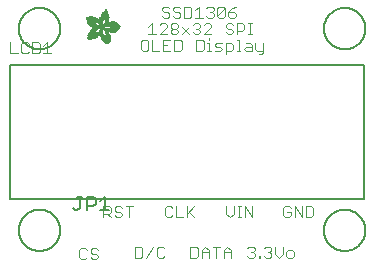
<source format=gbr>
G04 EAGLE Gerber RS-274X export*
G75*
%MOMM*%
%FSLAX34Y34*%
%LPD*%
%INSilkscreen Top*%
%IPPOS*%
%AMOC8*
5,1,8,0,0,1.08239X$1,22.5*%
G01*
%ADD10C,0.076200*%
%ADD11C,0.127000*%
%ADD12C,0.152400*%
%ADD13R,0.063400X0.002600*%
%ADD14R,0.099000X0.002400*%
%ADD15R,0.124400X0.002600*%
%ADD16R,0.144800X0.002400*%
%ADD17R,0.162600X0.002400*%
%ADD18R,0.180200X0.002600*%
%ADD19R,0.193000X0.002400*%
%ADD20R,0.208200X0.002600*%
%ADD21R,0.221000X0.002400*%
%ADD22R,0.233600X0.002400*%
%ADD23R,0.246200X0.002600*%
%ADD24R,0.256600X0.002400*%
%ADD25R,0.266600X0.002600*%
%ADD26R,0.276800X0.002400*%
%ADD27R,0.287000X0.002400*%
%ADD28R,0.297200X0.002600*%
%ADD29R,0.304800X0.002400*%
%ADD30R,0.315000X0.002600*%
%ADD31R,0.322600X0.002400*%
%ADD32R,0.332800X0.002400*%
%ADD33R,0.340400X0.002600*%
%ADD34R,0.350400X0.002400*%
%ADD35R,0.355600X0.002600*%
%ADD36R,0.363200X0.002400*%
%ADD37R,0.370800X0.002400*%
%ADD38R,0.378400X0.002600*%
%ADD39R,0.386000X0.002400*%
%ADD40R,0.391000X0.002600*%
%ADD41R,0.398800X0.002400*%
%ADD42R,0.406400X0.002400*%
%ADD43R,0.411400X0.002600*%
%ADD44R,0.419000X0.002400*%
%ADD45R,0.426600X0.002600*%
%ADD46R,0.431800X0.002400*%
%ADD47R,0.436800X0.002400*%
%ADD48R,0.442000X0.002600*%
%ADD49R,0.447000X0.002400*%
%ADD50R,0.454600X0.002600*%
%ADD51R,0.459600X0.002400*%
%ADD52R,0.467400X0.002400*%
%ADD53R,0.469800X0.002600*%
%ADD54R,0.475000X0.002400*%
%ADD55R,0.482600X0.002600*%
%ADD56R,0.485000X0.002400*%
%ADD57R,0.490200X0.002400*%
%ADD58R,0.495200X0.002600*%
%ADD59R,0.503000X0.002400*%
%ADD60R,0.505400X0.002600*%
%ADD61R,0.510400X0.002400*%
%ADD62R,0.515600X0.002400*%
%ADD63R,0.518000X0.002600*%
%ADD64R,0.523200X0.002400*%
%ADD65R,0.525800X0.002600*%
%ADD66R,0.533400X0.002400*%
%ADD67R,0.538400X0.002400*%
%ADD68R,0.541000X0.002600*%
%ADD69R,0.546000X0.002400*%
%ADD70R,0.548600X0.002600*%
%ADD71R,0.553600X0.002400*%
%ADD72R,0.558800X0.002400*%
%ADD73R,0.561400X0.002600*%
%ADD74R,0.566400X0.002400*%
%ADD75R,0.568800X0.002600*%
%ADD76R,0.574000X0.002400*%
%ADD77R,0.576600X0.002400*%
%ADD78R,0.581600X0.002600*%
%ADD79R,0.584200X0.002400*%
%ADD80R,0.589200X0.002600*%
%ADD81R,0.591800X0.002400*%
%ADD82R,0.596800X0.002400*%
%ADD83R,0.599400X0.002600*%
%ADD84R,0.604400X0.002400*%
%ADD85R,0.604400X0.002600*%
%ADD86R,0.609600X0.002400*%
%ADD87R,0.612200X0.002400*%
%ADD88R,0.617200X0.002600*%
%ADD89R,0.619800X0.002400*%
%ADD90R,0.622200X0.002600*%
%ADD91R,0.627200X0.002400*%
%ADD92R,0.632400X0.002600*%
%ADD93R,0.635000X0.002400*%
%ADD94R,0.640000X0.002600*%
%ADD95R,0.642600X0.002400*%
%ADD96R,0.645000X0.002400*%
%ADD97R,0.647600X0.002600*%
%ADD98R,0.650200X0.002400*%
%ADD99R,0.655200X0.002600*%
%ADD100R,0.657800X0.002400*%
%ADD101R,0.662800X0.002600*%
%ADD102R,0.665400X0.002400*%
%ADD103R,0.668000X0.002600*%
%ADD104R,0.670600X0.002400*%
%ADD105R,0.673000X0.002400*%
%ADD106R,0.678200X0.002600*%
%ADD107R,0.680600X0.002400*%
%ADD108R,0.680600X0.002600*%
%ADD109R,0.685800X0.002400*%
%ADD110R,0.688400X0.002400*%
%ADD111R,0.688400X0.002600*%
%ADD112R,0.693400X0.002400*%
%ADD113R,0.696000X0.002600*%
%ADD114R,0.698400X0.002400*%
%ADD115R,0.703400X0.002600*%
%ADD116R,0.706000X0.002400*%
%ADD117R,0.706000X0.002600*%
%ADD118R,0.711200X0.002400*%
%ADD119R,0.713800X0.002400*%
%ADD120R,0.713800X0.002600*%
%ADD121R,0.716200X0.002400*%
%ADD122R,0.721200X0.002600*%
%ADD123R,0.721200X0.002400*%
%ADD124R,0.723800X0.002400*%
%ADD125R,0.723800X0.002600*%
%ADD126R,0.729000X0.002400*%
%ADD127R,0.731600X0.002600*%
%ADD128R,0.731600X0.002400*%
%ADD129R,0.734000X0.002400*%
%ADD130R,0.736600X0.002600*%
%ADD131R,0.739000X0.002400*%
%ADD132R,0.741600X0.002600*%
%ADD133R,0.741600X0.002400*%
%ADD134R,0.744200X0.002400*%
%ADD135R,0.746600X0.002600*%
%ADD136R,0.749200X0.002400*%
%ADD137R,0.751800X0.002600*%
%ADD138R,0.751800X0.002400*%
%ADD139R,0.754200X0.002400*%
%ADD140R,0.756800X0.002600*%
%ADD141R,0.759400X0.002400*%
%ADD142R,0.759400X0.002600*%
%ADD143R,0.762000X0.002400*%
%ADD144R,0.764600X0.002400*%
%ADD145R,0.764600X0.002600*%
%ADD146R,0.767000X0.002400*%
%ADD147R,0.769600X0.002600*%
%ADD148R,0.772000X0.002400*%
%ADD149R,0.774600X0.002600*%
%ADD150R,0.774600X0.002400*%
%ADD151R,0.777200X0.002600*%
%ADD152R,0.777200X0.002400*%
%ADD153R,0.205600X0.002400*%
%ADD154R,0.779800X0.002400*%
%ADD155R,0.309800X0.002600*%
%ADD156R,0.782400X0.002600*%
%ADD157R,0.381000X0.002400*%
%ADD158R,0.784800X0.002400*%
%ADD159R,0.409000X0.002600*%
%ADD160R,0.784800X0.002600*%
%ADD161R,0.787400X0.002400*%
%ADD162R,0.452000X0.002400*%
%ADD163R,0.790000X0.002600*%
%ADD164R,0.487600X0.002400*%
%ADD165R,0.790000X0.002400*%
%ADD166R,0.502800X0.002600*%
%ADD167R,0.792400X0.002600*%
%ADD168R,0.518000X0.002400*%
%ADD169R,0.792400X0.002400*%
%ADD170R,0.530800X0.002400*%
%ADD171R,0.795000X0.002400*%
%ADD172R,0.795000X0.002600*%
%ADD173R,0.797600X0.002400*%
%ADD174R,0.563800X0.002600*%
%ADD175R,0.797600X0.002600*%
%ADD176R,0.800000X0.002400*%
%ADD177R,0.586600X0.002400*%
%ADD178R,0.596800X0.002600*%
%ADD179R,0.802600X0.002600*%
%ADD180R,0.604600X0.002400*%
%ADD181R,0.805200X0.002400*%
%ADD182R,0.612200X0.002600*%
%ADD183R,0.807600X0.002600*%
%ADD184R,0.622200X0.002400*%
%ADD185R,0.807600X0.002400*%
%ADD186R,0.630000X0.002400*%
%ADD187R,0.810200X0.002400*%
%ADD188R,0.637600X0.002600*%
%ADD189R,0.810200X0.002600*%
%ADD190R,0.647600X0.002400*%
%ADD191R,0.812800X0.002400*%
%ADD192R,0.652800X0.002600*%
%ADD193R,0.812800X0.002600*%
%ADD194R,0.815200X0.002400*%
%ADD195R,0.673000X0.002600*%
%ADD196R,0.815200X0.002600*%
%ADD197R,0.817800X0.002400*%
%ADD198R,0.683200X0.002600*%
%ADD199R,0.817800X0.002600*%
%ADD200R,0.690800X0.002400*%
%ADD201R,0.820400X0.002400*%
%ADD202R,0.696000X0.002400*%
%ADD203R,0.703600X0.002600*%
%ADD204R,0.820400X0.002600*%
%ADD205R,0.708600X0.002400*%
%ADD206R,0.823000X0.002400*%
%ADD207R,0.728800X0.002600*%
%ADD208R,0.825400X0.002600*%
%ADD209R,0.825400X0.002400*%
%ADD210R,0.739000X0.002600*%
%ADD211R,0.828000X0.002600*%
%ADD212R,0.828000X0.002400*%
%ADD213R,0.749200X0.002600*%
%ADD214R,0.830600X0.002600*%
%ADD215R,0.754400X0.002400*%
%ADD216R,0.830600X0.002400*%
%ADD217R,0.833200X0.002600*%
%ADD218R,0.764400X0.002400*%
%ADD219R,0.833200X0.002400*%
%ADD220R,0.835600X0.002600*%
%ADD221R,0.833000X0.002400*%
%ADD222R,0.782400X0.002400*%
%ADD223R,0.835600X0.002400*%
%ADD224R,0.787400X0.002600*%
%ADD225R,0.838200X0.002600*%
%ADD226R,0.789800X0.002400*%
%ADD227R,0.838200X0.002400*%
%ADD228R,0.840600X0.002600*%
%ADD229R,0.797400X0.002400*%
%ADD230R,0.840600X0.002400*%
%ADD231R,0.805200X0.002600*%
%ADD232R,0.840800X0.002600*%
%ADD233R,0.840800X0.002400*%
%ADD234R,0.843200X0.002600*%
%ADD235R,0.843200X0.002400*%
%ADD236R,0.815400X0.002400*%
%ADD237R,0.845800X0.002600*%
%ADD238R,0.845800X0.002400*%
%ADD239R,0.830400X0.002600*%
%ADD240R,0.848200X0.002600*%
%ADD241R,0.848200X0.002400*%
%ADD242R,0.848400X0.002400*%
%ADD243R,0.848400X0.002600*%
%ADD244R,0.850800X0.002400*%
%ADD245R,0.853400X0.002600*%
%ADD246R,0.850800X0.002600*%
%ADD247R,0.856000X0.002400*%
%ADD248R,0.861000X0.002600*%
%ADD249R,0.863600X0.002400*%
%ADD250R,0.866000X0.002600*%
%ADD251R,0.868600X0.002400*%
%ADD252R,0.871200X0.002600*%
%ADD253R,0.873600X0.002400*%
%ADD254R,0.853400X0.002400*%
%ADD255R,0.876200X0.002400*%
%ADD256R,0.876200X0.002600*%
%ADD257R,0.881400X0.002400*%
%ADD258R,0.883800X0.002600*%
%ADD259R,0.886400X0.002400*%
%ADD260R,0.889000X0.002400*%
%ADD261R,0.891600X0.002600*%
%ADD262R,0.891400X0.002400*%
%ADD263R,0.894000X0.002600*%
%ADD264R,0.896600X0.002400*%
%ADD265R,0.899000X0.002400*%
%ADD266R,0.901600X0.002600*%
%ADD267R,0.856000X0.002600*%
%ADD268R,0.904200X0.002400*%
%ADD269R,0.904200X0.002600*%
%ADD270R,0.909200X0.002400*%
%ADD271R,0.911800X0.002400*%
%ADD272R,0.914400X0.002600*%
%ADD273R,0.916800X0.002400*%
%ADD274R,0.919400X0.002600*%
%ADD275R,0.919400X0.002400*%
%ADD276R,0.922000X0.002400*%
%ADD277R,0.924600X0.002600*%
%ADD278R,0.927000X0.002400*%
%ADD279R,0.929600X0.002600*%
%ADD280R,0.932200X0.002400*%
%ADD281R,0.934600X0.002600*%
%ADD282R,0.937200X0.002400*%
%ADD283R,0.939800X0.002600*%
%ADD284R,0.942200X0.002400*%
%ADD285R,0.942400X0.002400*%
%ADD286R,0.944800X0.002600*%
%ADD287R,0.947400X0.002400*%
%ADD288R,0.950000X0.002600*%
%ADD289R,0.952400X0.002400*%
%ADD290R,0.955000X0.002400*%
%ADD291R,0.952400X0.002600*%
%ADD292R,0.957400X0.002600*%
%ADD293R,0.365600X0.002600*%
%ADD294R,0.462200X0.002600*%
%ADD295R,0.960000X0.002400*%
%ADD296R,0.358000X0.002400*%
%ADD297R,0.454600X0.002400*%
%ADD298R,0.962600X0.002400*%
%ADD299R,0.353000X0.002400*%
%ADD300R,0.452200X0.002400*%
%ADD301R,0.965200X0.002600*%
%ADD302R,0.350400X0.002600*%
%ADD303R,0.447000X0.002600*%
%ADD304R,0.965200X0.002400*%
%ADD305R,0.348000X0.002400*%
%ADD306R,0.444400X0.002400*%
%ADD307R,0.967600X0.002600*%
%ADD308R,0.345400X0.002600*%
%ADD309R,0.439400X0.002600*%
%ADD310R,0.970200X0.002400*%
%ADD311R,0.342800X0.002400*%
%ADD312R,0.340200X0.002400*%
%ADD313R,0.972800X0.002600*%
%ADD314R,0.337800X0.002600*%
%ADD315R,0.429200X0.002600*%
%ADD316R,0.972800X0.002400*%
%ADD317R,0.335200X0.002400*%
%ADD318R,0.429200X0.002400*%
%ADD319R,0.975400X0.002600*%
%ADD320R,0.332600X0.002600*%
%ADD321R,0.424200X0.002600*%
%ADD322R,0.977800X0.002400*%
%ADD323R,0.424200X0.002400*%
%ADD324R,0.980400X0.002600*%
%ADD325R,0.330200X0.002600*%
%ADD326R,0.419000X0.002600*%
%ADD327R,0.980400X0.002400*%
%ADD328R,0.327600X0.002400*%
%ADD329R,0.414000X0.002400*%
%ADD330R,0.983000X0.002600*%
%ADD331R,0.327600X0.002600*%
%ADD332R,0.414000X0.002600*%
%ADD333R,0.983000X0.002400*%
%ADD334R,0.325000X0.002400*%
%ADD335R,0.985400X0.002400*%
%ADD336R,0.409000X0.002400*%
%ADD337R,0.988000X0.002600*%
%ADD338R,0.322600X0.002600*%
%ADD339R,0.322400X0.002400*%
%ADD340R,0.320000X0.002600*%
%ADD341R,0.403800X0.002600*%
%ADD342R,0.990600X0.002400*%
%ADD343R,0.317400X0.002400*%
%ADD344R,0.401200X0.002400*%
%ADD345R,0.990600X0.002600*%
%ADD346R,0.317400X0.002600*%
%ADD347R,0.398800X0.002600*%
%ADD348R,0.315000X0.002400*%
%ADD349R,0.396200X0.002400*%
%ADD350R,0.993000X0.002600*%
%ADD351R,0.393600X0.002600*%
%ADD352R,0.993000X0.002400*%
%ADD353R,0.312400X0.002400*%
%ADD354R,0.393600X0.002400*%
%ADD355R,0.312400X0.002600*%
%ADD356R,0.391200X0.002600*%
%ADD357R,0.309800X0.002400*%
%ADD358R,0.388600X0.002400*%
%ADD359R,1.305600X0.002600*%
%ADD360R,0.386000X0.002600*%
%ADD361R,1.300400X0.002400*%
%ADD362R,1.298000X0.002400*%
%ADD363R,0.383400X0.002400*%
%ADD364R,1.298000X0.002600*%
%ADD365R,0.383400X0.002600*%
%ADD366R,1.295400X0.002400*%
%ADD367R,1.292800X0.002600*%
%ADD368R,0.381000X0.002600*%
%ADD369R,1.290200X0.002400*%
%ADD370R,0.378400X0.002400*%
%ADD371R,1.285200X0.002600*%
%ADD372R,1.285200X0.002400*%
%ADD373R,0.373400X0.002400*%
%ADD374R,1.282600X0.002600*%
%ADD375R,0.373400X0.002600*%
%ADD376R,1.282600X0.002400*%
%ADD377R,1.277600X0.002400*%
%ADD378R,1.277600X0.002600*%
%ADD379R,0.368200X0.002600*%
%ADD380R,1.275000X0.002400*%
%ADD381R,0.368200X0.002400*%
%ADD382R,1.272400X0.002600*%
%ADD383R,0.365800X0.002600*%
%ADD384R,1.270000X0.002400*%
%ADD385R,0.365800X0.002400*%
%ADD386R,1.265000X0.002600*%
%ADD387R,0.363200X0.002600*%
%ADD388R,1.265000X0.002400*%
%ADD389R,1.262400X0.002600*%
%ADD390R,0.360600X0.002600*%
%ADD391R,1.259800X0.002400*%
%ADD392R,0.360600X0.002400*%
%ADD393R,1.257200X0.002400*%
%ADD394R,1.257200X0.002600*%
%ADD395R,0.358000X0.002600*%
%ADD396R,1.254800X0.002400*%
%ADD397R,0.355600X0.002400*%
%ADD398R,1.252200X0.002600*%
%ADD399R,1.252200X0.002400*%
%ADD400R,1.247000X0.002400*%
%ADD401R,1.247000X0.002600*%
%ADD402R,0.353000X0.002600*%
%ADD403R,1.242000X0.002600*%
%ADD404R,1.242000X0.002400*%
%ADD405R,1.239400X0.002400*%
%ADD406R,1.237000X0.002600*%
%ADD407R,0.347800X0.002600*%
%ADD408R,1.237000X0.002400*%
%ADD409R,0.347800X0.002400*%
%ADD410R,1.231800X0.002600*%
%ADD411R,1.231800X0.002400*%
%ADD412R,0.345400X0.002400*%
%ADD413R,1.226800X0.002600*%
%ADD414R,1.226800X0.002400*%
%ADD415R,1.224200X0.002600*%
%ADD416R,0.342800X0.002600*%
%ADD417R,1.221600X0.002400*%
%ADD418R,0.340400X0.002400*%
%ADD419R,1.219200X0.002600*%
%ADD420R,1.216600X0.002400*%
%ADD421R,0.337800X0.002400*%
%ADD422R,1.214200X0.002600*%
%ADD423R,1.214200X0.002400*%
%ADD424R,1.209000X0.002400*%
%ADD425R,1.209000X0.002600*%
%ADD426R,0.335200X0.002600*%
%ADD427R,1.206400X0.002600*%
%ADD428R,0.652800X0.002400*%
%ADD429R,0.083800X0.002400*%
%ADD430R,0.505400X0.002400*%
%ADD431R,0.134600X0.002400*%
%ADD432R,0.497800X0.002600*%
%ADD433R,0.332800X0.002600*%
%ADD434R,0.167600X0.002600*%
%ADD435R,0.632400X0.002400*%
%ADD436R,0.330200X0.002400*%
%ADD437R,0.195400X0.002400*%
%ADD438R,0.629800X0.002600*%
%ADD439R,0.223400X0.002600*%
%ADD440R,0.624800X0.002400*%
%ADD441R,0.474800X0.002400*%
%ADD442R,0.246400X0.002400*%
%ADD443R,0.469800X0.002400*%
%ADD444R,0.264000X0.002400*%
%ADD445R,0.619600X0.002600*%
%ADD446R,0.284400X0.002600*%
%ADD447R,0.617200X0.002400*%
%ADD448R,0.457200X0.002400*%
%ADD449R,0.302200X0.002400*%
%ADD450R,0.614600X0.002600*%
%ADD451R,0.452000X0.002600*%
%ADD452R,0.325000X0.002600*%
%ADD453R,0.439400X0.002400*%
%ADD454R,0.609600X0.002600*%
%ADD455R,0.434400X0.002600*%
%ADD456R,0.322400X0.002600*%
%ADD457R,0.602000X0.002400*%
%ADD458R,0.416400X0.002400*%
%ADD459R,0.599400X0.002400*%
%ADD460R,0.408800X0.002400*%
%ADD461R,0.320000X0.002400*%
%ADD462R,0.441800X0.002400*%
%ADD463R,0.401200X0.002600*%
%ADD464R,0.464800X0.002400*%
%ADD465R,0.594200X0.002400*%
%ADD466R,0.591800X0.002600*%
%ADD467R,0.487600X0.002600*%
%ADD468R,0.594400X0.002400*%
%ADD469R,0.495200X0.002400*%
%ADD470R,0.508000X0.002600*%
%ADD471R,0.518200X0.002400*%
%ADD472R,0.589200X0.002400*%
%ADD473R,0.375800X0.002400*%
%ADD474R,0.528400X0.002400*%
%ADD475R,0.370800X0.002600*%
%ADD476R,0.538400X0.002600*%
%ADD477R,0.586600X0.002600*%
%ADD478R,0.556200X0.002600*%
%ADD479R,0.314800X0.002400*%
%ADD480R,0.586800X0.002600*%
%ADD481R,0.584200X0.002600*%
%ADD482R,0.602000X0.002600*%
%ADD483R,0.581600X0.002400*%
%ADD484R,0.619600X0.002400*%
%ADD485R,0.627400X0.002600*%
%ADD486R,0.307200X0.002600*%
%ADD487R,0.642600X0.002600*%
%ADD488R,0.579200X0.002400*%
%ADD489R,0.307400X0.002400*%
%ADD490R,0.579000X0.002600*%
%ADD491R,0.307400X0.002600*%
%ADD492R,0.665400X0.002600*%
%ADD493R,0.307200X0.002400*%
%ADD494R,0.314800X0.002600*%
%ADD495R,0.304800X0.002600*%
%ADD496R,0.576400X0.002400*%
%ADD497R,0.576600X0.002600*%
%ADD498R,0.713600X0.002400*%
%ADD499R,0.574000X0.002600*%
%ADD500R,0.302200X0.002600*%
%ADD501R,0.721400X0.002600*%
%ADD502R,0.299600X0.002400*%
%ADD503R,0.297200X0.002400*%
%ADD504R,0.736600X0.002400*%
%ADD505R,0.292000X0.002600*%
%ADD506R,0.289600X0.002400*%
%ADD507R,0.746800X0.002400*%
%ADD508R,0.571400X0.002600*%
%ADD509R,0.287000X0.002600*%
%ADD510R,0.299800X0.002600*%
%ADD511R,0.754400X0.002600*%
%ADD512R,0.284400X0.002400*%
%ADD513R,1.061800X0.002400*%
%ADD514R,0.571400X0.002400*%
%ADD515R,0.282000X0.002400*%
%ADD516R,1.066800X0.002400*%
%ADD517R,0.279400X0.002600*%
%ADD518R,1.066800X0.002600*%
%ADD519R,1.071800X0.002400*%
%ADD520R,0.274200X0.002600*%
%ADD521R,1.074400X0.002600*%
%ADD522R,0.274200X0.002400*%
%ADD523R,1.076800X0.002400*%
%ADD524R,0.569000X0.002400*%
%ADD525R,0.271800X0.002400*%
%ADD526R,1.079400X0.002400*%
%ADD527R,0.269200X0.002600*%
%ADD528R,1.082000X0.002600*%
%ADD529R,0.266600X0.002400*%
%ADD530R,1.087000X0.002400*%
%ADD531R,0.569000X0.002600*%
%ADD532R,0.264200X0.002600*%
%ADD533R,1.087000X0.002600*%
%ADD534R,0.568800X0.002400*%
%ADD535R,0.261600X0.002400*%
%ADD536R,1.092200X0.002400*%
%ADD537R,0.259000X0.002400*%
%ADD538R,1.094800X0.002400*%
%ADD539R,0.566400X0.002600*%
%ADD540R,0.256600X0.002600*%
%ADD541R,1.097200X0.002600*%
%ADD542R,1.099800X0.002400*%
%ADD543R,0.254000X0.002600*%
%ADD544R,1.104800X0.002600*%
%ADD545R,0.251400X0.002400*%
%ADD546R,1.104800X0.002400*%
%ADD547R,0.248800X0.002400*%
%ADD548R,1.110000X0.002400*%
%ADD549R,0.246400X0.002600*%
%ADD550R,1.112400X0.002600*%
%ADD551R,1.115000X0.002400*%
%ADD552R,1.117600X0.002600*%
%ADD553R,0.563800X0.002400*%
%ADD554R,0.243800X0.002400*%
%ADD555R,1.122600X0.002400*%
%ADD556R,0.241200X0.002400*%
%ADD557R,0.241200X0.002600*%
%ADD558R,1.127800X0.002600*%
%ADD559R,0.238600X0.002400*%
%ADD560R,1.130200X0.002400*%
%ADD561R,0.236200X0.002600*%
%ADD562R,1.132800X0.002600*%
%ADD563R,0.561400X0.002400*%
%ADD564R,1.137800X0.002400*%
%ADD565R,0.561200X0.002400*%
%ADD566R,0.561200X0.002600*%
%ADD567R,0.233600X0.002600*%
%ADD568R,1.143000X0.002600*%
%ADD569R,0.231200X0.002400*%
%ADD570R,1.145600X0.002400*%
%ADD571R,0.231200X0.002600*%
%ADD572R,1.148000X0.002600*%
%ADD573R,0.228600X0.002400*%
%ADD574R,1.153200X0.002400*%
%ADD575R,0.226000X0.002400*%
%ADD576R,0.558800X0.002600*%
%ADD577R,0.228600X0.002600*%
%ADD578R,1.158200X0.002600*%
%ADD579R,1.160800X0.002400*%
%ADD580R,1.165800X0.002600*%
%ADD581R,0.223400X0.002400*%
%ADD582R,1.168400X0.002400*%
%ADD583R,1.171000X0.002400*%
%ADD584R,1.176000X0.002600*%
%ADD585R,0.220800X0.002400*%
%ADD586R,1.176000X0.002400*%
%ADD587R,0.221000X0.002600*%
%ADD588R,1.181000X0.002600*%
%ADD589R,1.186200X0.002400*%
%ADD590R,0.218400X0.002400*%
%ADD591R,1.188600X0.002400*%
%ADD592R,1.193800X0.002600*%
%ADD593R,1.196200X0.002400*%
%ADD594R,1.201400X0.002600*%
%ADD595R,0.556200X0.002400*%
%ADD596R,1.206400X0.002400*%
%ADD597R,0.218400X0.002600*%
%ADD598R,1.221600X0.002600*%
%ADD599R,0.553800X0.002400*%
%ADD600R,0.223600X0.002400*%
%ADD601R,0.553600X0.002600*%
%ADD602R,0.226000X0.002600*%
%ADD603R,0.551200X0.002600*%
%ADD604R,0.231000X0.002600*%
%ADD605R,1.249600X0.002600*%
%ADD606R,0.551200X0.002400*%
%ADD607R,0.236200X0.002400*%
%ADD608R,1.513800X0.002400*%
%ADD609R,1.513800X0.002600*%
%ADD610R,0.551000X0.002400*%
%ADD611R,1.516200X0.002600*%
%ADD612R,1.516400X0.002400*%
%ADD613R,0.551000X0.002600*%
%ADD614R,1.518800X0.002600*%
%ADD615R,1.519000X0.002400*%
%ADD616R,1.519000X0.002600*%
%ADD617R,1.521400X0.002400*%
%ADD618R,1.521400X0.002600*%
%ADD619R,1.524000X0.002400*%
%ADD620R,1.524000X0.002600*%
%ADD621R,1.526400X0.002400*%
%ADD622R,1.526600X0.002600*%
%ADD623R,1.529000X0.002400*%
%ADD624R,1.529000X0.002600*%
%ADD625R,1.531600X0.002400*%
%ADD626R,1.534200X0.002600*%
%ADD627R,1.536600X0.002400*%
%ADD628R,1.539200X0.002600*%
%ADD629R,1.541800X0.002400*%
%ADD630R,1.544200X0.002600*%
%ADD631R,1.549400X0.002400*%
%ADD632R,1.549400X0.002600*%
%ADD633R,1.554400X0.002400*%
%ADD634R,1.557000X0.002400*%
%ADD635R,0.594400X0.002600*%
%ADD636R,1.559400X0.002600*%
%ADD637R,1.564600X0.002400*%
%ADD638R,0.604600X0.002600*%
%ADD639R,1.567200X0.002600*%
%ADD640R,1.572200X0.002400*%
%ADD641R,0.614600X0.002400*%
%ADD642R,1.577200X0.002400*%
%ADD643R,0.525800X0.002400*%
%ADD644R,0.906800X0.002400*%
%ADD645R,1.168400X0.002600*%
%ADD646R,0.889000X0.002600*%
%ADD647R,1.155600X0.002400*%
%ADD648R,1.143000X0.002400*%
%ADD649R,0.866200X0.002400*%
%ADD650R,1.130200X0.002600*%
%ADD651R,1.120000X0.002400*%
%ADD652R,1.110000X0.002600*%
%ADD653R,1.084600X0.002600*%
%ADD654R,1.071800X0.002600*%
%ADD655R,1.064200X0.002400*%
%ADD656R,0.807800X0.002400*%
%ADD657R,1.059200X0.002400*%
%ADD658R,0.802600X0.002400*%
%ADD659R,1.054000X0.002600*%
%ADD660R,0.800000X0.002600*%
%ADD661R,1.049000X0.002400*%
%ADD662R,1.046400X0.002600*%
%ADD663R,1.041400X0.002400*%
%ADD664R,1.038800X0.002400*%
%ADD665R,1.033800X0.002600*%
%ADD666R,1.031200X0.002400*%
%ADD667R,1.028600X0.002600*%
%ADD668R,1.026000X0.002400*%
%ADD669R,0.782200X0.002400*%
%ADD670R,1.026200X0.002400*%
%ADD671R,1.023600X0.002600*%
%ADD672R,0.782200X0.002600*%
%ADD673R,1.021000X0.002400*%
%ADD674R,1.021000X0.002600*%
%ADD675R,1.018400X0.002400*%
%ADD676R,1.018400X0.002600*%
%ADD677R,1.023600X0.002400*%
%ADD678R,1.026200X0.002600*%
%ADD679R,1.028600X0.002400*%
%ADD680R,1.033600X0.002600*%
%ADD681R,0.797400X0.002600*%
%ADD682R,1.033600X0.002400*%
%ADD683R,1.036200X0.002600*%
%ADD684R,1.046400X0.002400*%
%ADD685R,1.049000X0.002600*%
%ADD686R,1.054000X0.002400*%
%ADD687R,1.056600X0.002600*%
%ADD688R,1.061600X0.002400*%
%ADD689R,0.822800X0.002400*%
%ADD690R,1.097200X0.002400*%
%ADD691R,0.858400X0.002600*%
%ADD692R,1.122600X0.002600*%
%ADD693R,0.878800X0.002400*%
%ADD694R,1.140400X0.002400*%
%ADD695R,0.883800X0.002400*%
%ADD696R,0.901600X0.002400*%
%ADD697R,1.170800X0.002600*%
%ADD698R,0.909200X0.002600*%
%ADD699R,1.181000X0.002400*%
%ADD700R,1.196400X0.002400*%
%ADD701R,0.929600X0.002400*%
%ADD702R,1.221800X0.002400*%
%ADD703R,0.949800X0.002400*%
%ADD704R,0.962600X0.002600*%
%ADD705R,0.975400X0.002400*%
%ADD706R,1.272400X0.002400*%
%ADD707R,1.290400X0.002600*%
%ADD708R,1.008200X0.002600*%
%ADD709R,1.318200X0.002400*%
%ADD710R,1.361400X0.002600*%
%ADD711R,2.491600X0.002400*%
%ADD712R,2.494200X0.002400*%
%ADD713R,2.499400X0.002600*%
%ADD714R,2.501800X0.002400*%
%ADD715R,2.504400X0.002600*%
%ADD716R,2.509400X0.002400*%
%ADD717R,2.512000X0.002400*%
%ADD718R,2.517200X0.002600*%
%ADD719R,2.519600X0.002400*%
%ADD720R,2.524800X0.002600*%
%ADD721R,2.527200X0.002400*%
%ADD722R,2.529800X0.002400*%
%ADD723R,2.535000X0.002600*%
%ADD724R,1.673800X0.002400*%
%ADD725R,1.661200X0.002600*%
%ADD726R,1.653400X0.002400*%
%ADD727R,1.645800X0.002400*%
%ADD728R,1.638200X0.002600*%
%ADD729R,1.635800X0.002400*%
%ADD730R,0.779800X0.002600*%
%ADD731R,1.630600X0.002600*%
%ADD732R,1.625600X0.002400*%
%ADD733R,0.772200X0.002400*%
%ADD734R,1.620400X0.002400*%
%ADD735R,1.618000X0.002600*%
%ADD736R,1.612800X0.002400*%
%ADD737R,0.764400X0.002600*%
%ADD738R,1.610200X0.002600*%
%ADD739R,1.607800X0.002400*%
%ADD740R,1.602600X0.002400*%
%ADD741R,0.757000X0.002600*%
%ADD742R,1.600200X0.002600*%
%ADD743R,1.597600X0.002400*%
%ADD744R,1.595000X0.002600*%
%ADD745R,1.592600X0.002400*%
%ADD746R,1.590000X0.002400*%
%ADD747R,0.746800X0.002600*%
%ADD748R,1.587400X0.002600*%
%ADD749R,1.585000X0.002400*%
%ADD750R,0.744200X0.002600*%
%ADD751R,1.582400X0.002600*%
%ADD752R,1.579800X0.002400*%
%ADD753R,1.577200X0.002600*%
%ADD754R,1.574800X0.002400*%
%ADD755R,0.734000X0.002600*%
%ADD756R,1.574800X0.002600*%
%ADD757R,1.338600X0.002400*%
%ADD758R,0.731400X0.002400*%
%ADD759R,1.323200X0.002400*%
%ADD760R,0.731400X0.002600*%
%ADD761R,0.213200X0.002600*%
%ADD762R,1.315600X0.002600*%
%ADD763R,0.210800X0.002400*%
%ADD764R,1.308000X0.002400*%
%ADD765R,0.726400X0.002600*%
%ADD766R,0.210800X0.002600*%
%ADD767R,1.300400X0.002600*%
%ADD768R,0.721400X0.002400*%
%ADD769R,0.208200X0.002400*%
%ADD770R,0.718800X0.002400*%
%ADD771R,0.716200X0.002600*%
%ADD772R,1.267400X0.002400*%
%ADD773R,0.713600X0.002600*%
%ADD774R,1.254800X0.002600*%
%ADD775R,1.249600X0.002400*%
%ADD776R,0.711200X0.002600*%
%ADD777R,1.244600X0.002600*%
%ADD778R,0.706200X0.002400*%
%ADD779R,0.213400X0.002400*%
%ADD780R,0.213200X0.002400*%
%ADD781R,0.215800X0.002600*%
%ADD782R,1.221800X0.002600*%
%ADD783R,0.701000X0.002400*%
%ADD784R,0.215800X0.002400*%
%ADD785R,1.219200X0.002400*%
%ADD786R,1.214000X0.002400*%
%ADD787R,0.701000X0.002600*%
%ADD788R,0.223600X0.002600*%
%ADD789R,1.198800X0.002600*%
%ADD790R,0.695800X0.002400*%
%ADD791R,1.193800X0.002400*%
%ADD792R,1.188800X0.002400*%
%ADD793R,0.695800X0.002600*%
%ADD794R,1.186200X0.002600*%
%ADD795R,0.690800X0.002600*%
%ADD796R,1.178400X0.002600*%
%ADD797R,0.238800X0.002400*%
%ADD798R,1.173400X0.002400*%
%ADD799R,0.688200X0.002400*%
%ADD800R,0.688200X0.002600*%
%ADD801R,1.163200X0.002600*%
%ADD802R,1.158200X0.002400*%
%ADD803R,0.685800X0.002600*%
%ADD804R,1.155600X0.002600*%
%ADD805R,1.150600X0.002400*%
%ADD806R,0.683200X0.002400*%
%ADD807R,1.145400X0.002400*%
%ADD808R,0.256400X0.002400*%
%ADD809R,1.135400X0.002400*%
%ADD810R,0.261600X0.002600*%
%ADD811R,1.127600X0.002400*%
%ADD812R,1.125200X0.002400*%
%ADD813R,1.120000X0.002600*%
%ADD814R,0.678200X0.002400*%
%ADD815R,1.107400X0.002400*%
%ADD816R,0.675600X0.002400*%
%ADD817R,1.102200X0.002400*%
%ADD818R,1.099800X0.002600*%
%ADD819R,0.675600X0.002600*%
%ADD820R,1.089600X0.002600*%
%ADD821R,0.294600X0.002400*%
%ADD822R,1.084400X0.002400*%
%ADD823R,1.082000X0.002400*%
%ADD824R,1.076800X0.002600*%
%ADD825R,1.069200X0.002600*%
%ADD826R,1.051400X0.002400*%
%ADD827R,0.670400X0.002400*%
%ADD828R,0.670600X0.002600*%
%ADD829R,1.031200X0.002600*%
%ADD830R,0.670400X0.002600*%
%ADD831R,1.016000X0.002400*%
%ADD832R,1.010800X0.002600*%
%ADD833R,0.376000X0.002400*%
%ADD834R,1.005800X0.002400*%
%ADD835R,1.000800X0.002600*%
%ADD836R,0.998200X0.002400*%
%ADD837R,0.391200X0.002400*%
%ADD838R,0.396200X0.002600*%
%ADD839R,0.401400X0.002400*%
%ADD840R,0.406400X0.002600*%
%ADD841R,0.977800X0.002600*%
%ADD842R,0.421600X0.002400*%
%ADD843R,0.955000X0.002600*%
%ADD844R,0.950000X0.002400*%
%ADD845R,0.944800X0.002400*%
%ADD846R,0.942200X0.002600*%
%ADD847R,0.467200X0.002400*%
%ADD848R,0.477400X0.002600*%
%ADD849R,0.530800X0.002600*%
%ADD850R,0.906800X0.002600*%
%ADD851R,1.325800X0.002400*%
%ADD852R,0.894000X0.002400*%
%ADD853R,1.325800X0.002600*%
%ADD854R,1.328400X0.002400*%
%ADD855R,1.328400X0.002600*%
%ADD856R,0.881400X0.002600*%
%ADD857R,1.333400X0.002400*%
%ADD858R,1.333400X0.002600*%
%ADD859R,0.863600X0.002600*%
%ADD860R,0.858400X0.002400*%
%ADD861R,1.336000X0.002600*%
%ADD862R,1.338600X0.002600*%
%ADD863R,0.833000X0.002600*%
%ADD864R,1.343600X0.002400*%
%ADD865R,1.343600X0.002600*%
%ADD866R,0.365600X0.002400*%
%ADD867R,1.346200X0.002400*%
%ADD868R,1.348800X0.002600*%
%ADD869R,1.348800X0.002400*%
%ADD870R,1.351200X0.002600*%
%ADD871R,1.351200X0.002400*%
%ADD872R,0.269200X0.002400*%
%ADD873R,1.353800X0.002400*%
%ADD874R,0.249000X0.002400*%
%ADD875R,1.353800X0.002600*%
%ADD876R,0.340200X0.002600*%
%ADD877R,1.356200X0.002400*%
%ADD878R,1.358800X0.002600*%
%ADD879R,0.198200X0.002600*%
%ADD880R,1.358800X0.002400*%
%ADD881R,0.180200X0.002400*%
%ADD882R,0.157400X0.002400*%
%ADD883R,0.132000X0.002600*%
%ADD884R,1.364000X0.002400*%
%ADD885R,0.101600X0.002400*%
%ADD886R,1.364000X0.002600*%
%ADD887R,0.050800X0.002600*%
%ADD888R,1.369000X0.002400*%
%ADD889R,1.369000X0.002600*%
%ADD890R,1.371600X0.002600*%
%ADD891R,1.374200X0.002400*%
%ADD892R,1.376600X0.002600*%
%ADD893R,1.376600X0.002400*%
%ADD894R,1.379200X0.002600*%
%ADD895R,1.381800X0.002400*%
%ADD896R,1.381800X0.002600*%
%ADD897R,1.386800X0.002400*%
%ADD898R,1.386800X0.002600*%
%ADD899R,0.294600X0.002600*%
%ADD900R,1.389200X0.002400*%
%ADD901R,1.389200X0.002600*%
%ADD902R,1.394400X0.002400*%
%ADD903R,0.292000X0.002400*%
%ADD904R,1.394400X0.002600*%
%ADD905R,1.397000X0.002400*%
%ADD906R,1.397000X0.002600*%
%ADD907R,1.402000X0.002400*%
%ADD908R,1.402000X0.002600*%
%ADD909R,0.289600X0.002600*%
%ADD910R,1.404600X0.002400*%
%ADD911R,1.407000X0.002600*%
%ADD912R,1.409600X0.002400*%
%ADD913R,1.412200X0.002600*%
%ADD914R,1.412200X0.002400*%
%ADD915R,1.414800X0.002600*%
%ADD916R,1.417200X0.002400*%
%ADD917R,1.419800X0.002600*%
%ADD918R,1.419800X0.002400*%
%ADD919R,1.422400X0.002400*%
%ADD920R,1.424800X0.002600*%
%ADD921R,1.424800X0.002400*%
%ADD922R,1.051400X0.002600*%
%ADD923R,0.375800X0.002600*%
%ADD924R,1.044000X0.002400*%
%ADD925R,0.383600X0.002400*%
%ADD926R,1.041400X0.002600*%
%ADD927R,0.299600X0.002600*%
%ADD928R,1.038800X0.002600*%
%ADD929R,0.388600X0.002600*%
%ADD930R,1.036200X0.002400*%
%ADD931R,0.398600X0.002600*%
%ADD932R,0.398600X0.002400*%
%ADD933R,1.018600X0.002600*%
%ADD934R,0.403800X0.002400*%
%ADD935R,1.013400X0.002600*%
%ADD936R,1.008400X0.002400*%
%ADD937R,0.411400X0.002400*%
%ADD938R,1.005800X0.002600*%
%ADD939R,1.003200X0.002400*%
%ADD940R,0.421600X0.002600*%
%ADD941R,0.426800X0.002400*%
%ADD942R,0.995600X0.002400*%
%ADD943R,0.441800X0.002600*%
%ADD944R,0.988000X0.002400*%
%ADD945R,0.985400X0.002600*%
%ADD946R,0.975200X0.002400*%
%ADD947R,0.970200X0.002600*%
%ADD948R,0.967600X0.002400*%
%ADD949R,0.960000X0.002600*%
%ADD950R,0.805000X0.002600*%
%ADD951R,0.957400X0.002400*%
%ADD952R,0.947400X0.002600*%
%ADD953R,0.934600X0.002400*%
%ADD954R,0.927000X0.002600*%
%ADD955R,0.924600X0.002400*%
%ADD956R,0.917000X0.002400*%
%ADD957R,0.891400X0.002600*%
%ADD958R,0.861000X0.002400*%
%ADD959R,0.789800X0.002600*%
%ADD960R,0.772200X0.002600*%
%ADD961R,0.772000X0.002600*%
%ADD962R,0.726400X0.002400*%
%ADD963R,0.769600X0.002400*%
%ADD964R,0.718800X0.002600*%
%ADD965R,0.767000X0.002600*%
%ADD966R,0.660400X0.002400*%
%ADD967R,0.650200X0.002600*%
%ADD968R,0.637400X0.002400*%
%ADD969R,0.607000X0.002400*%
%ADD970R,0.535800X0.002400*%
%ADD971R,0.756800X0.002400*%
%ADD972R,0.061000X0.002400*%
%ADD973R,0.746600X0.002400*%
%ADD974R,0.729000X0.002600*%
%ADD975R,0.703600X0.002400*%
%ADD976R,0.698400X0.002600*%
%ADD977R,0.693400X0.002600*%
%ADD978R,0.680800X0.002400*%
%ADD979R,0.680800X0.002600*%
%ADD980R,0.668000X0.002400*%
%ADD981R,0.663000X0.002400*%
%ADD982R,0.663000X0.002600*%
%ADD983R,0.655200X0.002400*%
%ADD984R,0.652600X0.002600*%
%ADD985R,0.652600X0.002400*%
%ADD986R,0.645200X0.002400*%
%ADD987R,0.645200X0.002600*%
%ADD988R,0.640000X0.002400*%
%ADD989R,0.635000X0.002600*%
%ADD990R,0.629800X0.002400*%
%ADD991R,0.627400X0.002400*%
%ADD992R,0.612000X0.002600*%
%ADD993R,0.612000X0.002400*%
%ADD994R,0.607000X0.002600*%
%ADD995R,0.553800X0.002600*%
%ADD996R,0.546000X0.002600*%
%ADD997R,0.543400X0.002400*%
%ADD998R,0.543400X0.002600*%
%ADD999R,0.536000X0.002400*%
%ADD1000R,0.536000X0.002600*%
%ADD1001R,0.528200X0.002600*%
%ADD1002R,0.525600X0.002400*%
%ADD1003R,0.520600X0.002600*%
%ADD1004R,0.515600X0.002600*%
%ADD1005R,0.510600X0.002400*%
%ADD1006R,0.502800X0.002400*%
%ADD1007R,0.500400X0.002600*%
%ADD1008R,0.497800X0.002400*%
%ADD1009R,0.492800X0.002400*%
%ADD1010R,0.492800X0.002600*%
%ADD1011R,0.485000X0.002600*%
%ADD1012R,0.482600X0.002400*%
%ADD1013R,0.480000X0.002400*%
%ADD1014R,0.475000X0.002600*%
%ADD1015R,0.472400X0.002400*%
%ADD1016R,0.444400X0.002600*%
%ADD1017R,0.442000X0.002400*%
%ADD1018R,0.436800X0.002600*%
%ADD1019R,0.434200X0.002400*%
%ADD1020R,0.416600X0.002400*%
%ADD1021R,0.358200X0.002400*%
%ADD1022R,0.289400X0.002400*%
%ADD1023R,0.276800X0.002600*%
%ADD1024R,0.256400X0.002600*%
%ADD1025R,0.254000X0.002400*%
%ADD1026R,0.243800X0.002600*%
%ADD1027R,0.231000X0.002400*%
%ADD1028R,0.203200X0.002400*%
%ADD1029R,0.200600X0.002600*%
%ADD1030R,0.195600X0.002400*%
%ADD1031R,0.193000X0.002600*%
%ADD1032R,0.188000X0.002400*%
%ADD1033R,0.182800X0.002400*%
%ADD1034R,0.172600X0.002400*%
%ADD1035R,0.170200X0.002600*%
%ADD1036R,0.167600X0.002400*%
%ADD1037R,0.160000X0.002400*%
%ADD1038R,0.157400X0.002600*%
%ADD1039R,0.152400X0.002400*%
%ADD1040R,0.149800X0.002600*%
%ADD1041R,0.139600X0.002400*%
%ADD1042R,0.137200X0.002600*%
%ADD1043R,0.129400X0.002400*%
%ADD1044R,0.127000X0.002600*%
%ADD1045R,0.124400X0.002400*%
%ADD1046R,0.119400X0.002400*%
%ADD1047R,0.114200X0.002600*%
%ADD1048R,0.109200X0.002400*%
%ADD1049R,0.106600X0.002600*%
%ADD1050R,0.096400X0.002400*%
%ADD1051R,0.094000X0.002600*%
%ADD1052R,0.088800X0.002400*%
%ADD1053R,0.083800X0.002600*%
%ADD1054R,0.078600X0.002400*%
%ADD1055R,0.076200X0.002400*%
%ADD1056R,0.073600X0.002600*%
%ADD1057R,0.066000X0.002400*%
%ADD1058R,0.058400X0.002400*%
%ADD1059R,0.055800X0.002400*%
%ADD1060R,0.048200X0.002600*%
%ADD1061R,0.045600X0.002400*%
%ADD1062R,0.043200X0.002600*%
%ADD1063R,0.038000X0.002400*%
%ADD1064R,0.035600X0.002400*%
%ADD1065R,0.027800X0.002600*%
%ADD1066R,0.025400X0.002400*%
%ADD1067R,0.020200X0.002600*%
%ADD1068R,0.017800X0.002400*%
%ADD1069R,0.015200X0.002400*%
%ADD1070R,0.010000X0.002600*%
%ADD1071R,0.007600X0.002400*%


D10*
X242872Y48859D02*
X241304Y50427D01*
X238169Y50427D01*
X236601Y48859D01*
X236601Y42589D01*
X238169Y41021D01*
X241304Y41021D01*
X242872Y42589D01*
X242872Y45724D01*
X239736Y45724D01*
X245956Y41021D02*
X245956Y50427D01*
X252227Y41021D01*
X252227Y50427D01*
X255311Y50427D02*
X255311Y41021D01*
X260014Y41021D01*
X261582Y42589D01*
X261582Y48859D01*
X260014Y50427D01*
X255311Y50427D01*
X207689Y16137D02*
X206121Y14569D01*
X207689Y16137D02*
X210824Y16137D01*
X212392Y14569D01*
X212392Y13002D01*
X210824Y11434D01*
X209256Y11434D01*
X210824Y11434D02*
X212392Y9866D01*
X212392Y8299D01*
X210824Y6731D01*
X207689Y6731D01*
X206121Y8299D01*
X215476Y8299D02*
X215476Y6731D01*
X215476Y8299D02*
X217044Y8299D01*
X217044Y6731D01*
X215476Y6731D01*
X220154Y14569D02*
X221721Y16137D01*
X224857Y16137D01*
X226424Y14569D01*
X226424Y13002D01*
X224857Y11434D01*
X223289Y11434D01*
X224857Y11434D02*
X226424Y9866D01*
X226424Y8299D01*
X224857Y6731D01*
X221721Y6731D01*
X220154Y8299D01*
X229509Y9866D02*
X229509Y16137D01*
X229509Y9866D02*
X232644Y6731D01*
X235780Y9866D01*
X235780Y16137D01*
X240432Y6731D02*
X243567Y6731D01*
X245135Y8299D01*
X245135Y11434D01*
X243567Y13002D01*
X240432Y13002D01*
X238864Y11434D01*
X238864Y8299D01*
X240432Y6731D01*
X157861Y6731D02*
X157861Y16137D01*
X157861Y6731D02*
X162564Y6731D01*
X164132Y8299D01*
X164132Y14569D01*
X162564Y16137D01*
X157861Y16137D01*
X167216Y13002D02*
X167216Y6731D01*
X167216Y13002D02*
X170352Y16137D01*
X173487Y13002D01*
X173487Y6731D01*
X173487Y11434D02*
X167216Y11434D01*
X179707Y6731D02*
X179707Y16137D01*
X182842Y16137D02*
X176571Y16137D01*
X185927Y13002D02*
X185927Y6731D01*
X185927Y13002D02*
X189062Y16137D01*
X192197Y13002D01*
X192197Y6731D01*
X192197Y11434D02*
X185927Y11434D01*
X142542Y48859D02*
X140974Y50427D01*
X137839Y50427D01*
X136271Y48859D01*
X136271Y42589D01*
X137839Y41021D01*
X140974Y41021D01*
X142542Y42589D01*
X145626Y41021D02*
X145626Y50427D01*
X145626Y41021D02*
X151897Y41021D01*
X154981Y41021D02*
X154981Y50427D01*
X154981Y44156D02*
X161252Y50427D01*
X156549Y45724D02*
X161252Y41021D01*
X110871Y16137D02*
X110871Y6731D01*
X115574Y6731D01*
X117142Y8299D01*
X117142Y14569D01*
X115574Y16137D01*
X110871Y16137D01*
X120226Y6731D02*
X126497Y16137D01*
X134284Y16137D02*
X135852Y14569D01*
X134284Y16137D02*
X131149Y16137D01*
X129581Y14569D01*
X129581Y8299D01*
X131149Y6731D01*
X134284Y6731D01*
X135852Y8299D01*
X84201Y41021D02*
X84201Y50427D01*
X88904Y50427D01*
X90472Y48859D01*
X90472Y45724D01*
X88904Y44156D01*
X84201Y44156D01*
X87336Y44156D02*
X90472Y41021D01*
X99827Y48859D02*
X98259Y50427D01*
X95124Y50427D01*
X93556Y48859D01*
X93556Y47292D01*
X95124Y45724D01*
X98259Y45724D01*
X99827Y44156D01*
X99827Y42589D01*
X98259Y41021D01*
X95124Y41021D01*
X93556Y42589D01*
X106047Y41021D02*
X106047Y50427D01*
X109182Y50427D02*
X102911Y50427D01*
X68584Y14867D02*
X70152Y13299D01*
X68584Y14867D02*
X65449Y14867D01*
X63881Y13299D01*
X63881Y7029D01*
X65449Y5461D01*
X68584Y5461D01*
X70152Y7029D01*
X77939Y14867D02*
X79507Y13299D01*
X77939Y14867D02*
X74804Y14867D01*
X73236Y13299D01*
X73236Y11732D01*
X74804Y10164D01*
X77939Y10164D01*
X79507Y8596D01*
X79507Y7029D01*
X77939Y5461D01*
X74804Y5461D01*
X73236Y7029D01*
X122301Y202232D02*
X125436Y205367D01*
X125436Y195961D01*
X122301Y195961D02*
X128572Y195961D01*
X131656Y195961D02*
X137927Y195961D01*
X131656Y195961D02*
X137927Y202232D01*
X137927Y203799D01*
X136359Y205367D01*
X133224Y205367D01*
X131656Y203799D01*
X141011Y203799D02*
X142579Y205367D01*
X145714Y205367D01*
X147282Y203799D01*
X147282Y202232D01*
X145714Y200664D01*
X147282Y199096D01*
X147282Y197529D01*
X145714Y195961D01*
X142579Y195961D01*
X141011Y197529D01*
X141011Y199096D01*
X142579Y200664D01*
X141011Y202232D01*
X141011Y203799D01*
X142579Y200664D02*
X145714Y200664D01*
X150367Y202232D02*
X156637Y195961D01*
X150367Y195961D02*
X156637Y202232D01*
X159722Y203799D02*
X161289Y205367D01*
X164425Y205367D01*
X165992Y203799D01*
X165992Y202232D01*
X164425Y200664D01*
X162857Y200664D01*
X164425Y200664D02*
X165992Y199096D01*
X165992Y197529D01*
X164425Y195961D01*
X161289Y195961D01*
X159722Y197529D01*
X169077Y195961D02*
X175348Y195961D01*
X169077Y195961D02*
X175348Y202232D01*
X175348Y203799D01*
X173780Y205367D01*
X170645Y205367D01*
X169077Y203799D01*
X192490Y205367D02*
X194058Y203799D01*
X192490Y205367D02*
X189355Y205367D01*
X187787Y203799D01*
X187787Y202232D01*
X189355Y200664D01*
X192490Y200664D01*
X194058Y199096D01*
X194058Y197529D01*
X192490Y195961D01*
X189355Y195961D01*
X187787Y197529D01*
X197143Y195961D02*
X197143Y205367D01*
X201846Y205367D01*
X203413Y203799D01*
X203413Y200664D01*
X201846Y199096D01*
X197143Y199096D01*
X206498Y195961D02*
X209633Y195961D01*
X208065Y195961D02*
X208065Y205367D01*
X206498Y205367D02*
X209633Y205367D01*
X140002Y217769D02*
X138434Y219337D01*
X135299Y219337D01*
X133731Y217769D01*
X133731Y216202D01*
X135299Y214634D01*
X138434Y214634D01*
X140002Y213066D01*
X140002Y211499D01*
X138434Y209931D01*
X135299Y209931D01*
X133731Y211499D01*
X147789Y219337D02*
X149357Y217769D01*
X147789Y219337D02*
X144654Y219337D01*
X143086Y217769D01*
X143086Y216202D01*
X144654Y214634D01*
X147789Y214634D01*
X149357Y213066D01*
X149357Y211499D01*
X147789Y209931D01*
X144654Y209931D01*
X143086Y211499D01*
X152441Y209931D02*
X152441Y219337D01*
X152441Y209931D02*
X157144Y209931D01*
X158712Y211499D01*
X158712Y217769D01*
X157144Y219337D01*
X152441Y219337D01*
X161797Y216202D02*
X164932Y219337D01*
X164932Y209931D01*
X161797Y209931D02*
X168067Y209931D01*
X171152Y217769D02*
X172719Y219337D01*
X175855Y219337D01*
X177422Y217769D01*
X177422Y216202D01*
X175855Y214634D01*
X174287Y214634D01*
X175855Y214634D02*
X177422Y213066D01*
X177422Y211499D01*
X175855Y209931D01*
X172719Y209931D01*
X171152Y211499D01*
X180507Y211499D02*
X180507Y217769D01*
X182075Y219337D01*
X185210Y219337D01*
X186778Y217769D01*
X186778Y211499D01*
X185210Y209931D01*
X182075Y209931D01*
X180507Y211499D01*
X186778Y217769D01*
X192997Y217769D02*
X196133Y219337D01*
X192997Y217769D02*
X189862Y214634D01*
X189862Y211499D01*
X191430Y209931D01*
X194565Y209931D01*
X196133Y211499D01*
X196133Y213066D01*
X194565Y214634D01*
X189862Y214634D01*
X188341Y50427D02*
X188341Y44156D01*
X191476Y41021D01*
X194612Y44156D01*
X194612Y50427D01*
X197696Y41021D02*
X200832Y41021D01*
X199264Y41021D02*
X199264Y50427D01*
X197696Y50427D02*
X200832Y50427D01*
X203933Y50427D02*
X203933Y41021D01*
X210204Y41021D02*
X203933Y50427D01*
X210204Y50427D02*
X210204Y41021D01*
X120654Y191397D02*
X117519Y191397D01*
X115951Y189829D01*
X115951Y183559D01*
X117519Y181991D01*
X120654Y181991D01*
X122222Y183559D01*
X122222Y189829D01*
X120654Y191397D01*
X125306Y191397D02*
X125306Y181991D01*
X131577Y181991D01*
X134661Y191397D02*
X140932Y191397D01*
X134661Y191397D02*
X134661Y181991D01*
X140932Y181991D01*
X137797Y186694D02*
X134661Y186694D01*
X144017Y191397D02*
X144017Y181991D01*
X148720Y181991D01*
X150287Y183559D01*
X150287Y189829D01*
X148720Y191397D01*
X144017Y191397D01*
X162727Y191397D02*
X162727Y181991D01*
X167430Y181991D01*
X168998Y183559D01*
X168998Y189829D01*
X167430Y191397D01*
X162727Y191397D01*
X172082Y188262D02*
X173650Y188262D01*
X173650Y181991D01*
X175217Y181991D02*
X172082Y181991D01*
X173650Y191397D02*
X173650Y192965D01*
X178319Y181991D02*
X183022Y181991D01*
X184590Y183559D01*
X183022Y185126D01*
X179887Y185126D01*
X178319Y186694D01*
X179887Y188262D01*
X184590Y188262D01*
X187674Y188262D02*
X187674Y178856D01*
X187674Y188262D02*
X192377Y188262D01*
X193945Y186694D01*
X193945Y183559D01*
X192377Y181991D01*
X187674Y181991D01*
X197029Y191397D02*
X198597Y191397D01*
X198597Y181991D01*
X197029Y181991D02*
X200165Y181991D01*
X204834Y188262D02*
X207969Y188262D01*
X209537Y186694D01*
X209537Y181991D01*
X204834Y181991D01*
X203266Y183559D01*
X204834Y185126D01*
X209537Y185126D01*
X212621Y183559D02*
X212621Y188262D01*
X212621Y183559D02*
X214189Y181991D01*
X218892Y181991D01*
X218892Y180423D02*
X218892Y188262D01*
X218892Y180423D02*
X217324Y178856D01*
X215757Y178856D01*
D11*
X304800Y170050D02*
X4800Y170050D01*
X304800Y170050D02*
X304800Y56800D01*
X4800Y56800D01*
X4800Y170050D01*
D10*
X5181Y179681D02*
X5181Y189087D01*
X5181Y179681D02*
X11452Y179681D01*
X20807Y187519D02*
X19239Y189087D01*
X16104Y189087D01*
X14536Y187519D01*
X14536Y181249D01*
X16104Y179681D01*
X19239Y179681D01*
X20807Y181249D01*
X23891Y179681D02*
X23891Y189087D01*
X23891Y179681D02*
X28594Y179681D01*
X30162Y181249D01*
X30162Y187519D01*
X28594Y189087D01*
X23891Y189087D01*
X33247Y185952D02*
X36382Y189087D01*
X36382Y179681D01*
X33247Y179681D02*
X39517Y179681D01*
D12*
X12500Y30000D02*
X12505Y30429D01*
X12521Y30859D01*
X12547Y31287D01*
X12584Y31715D01*
X12632Y32142D01*
X12689Y32568D01*
X12758Y32992D01*
X12836Y33414D01*
X12925Y33834D01*
X13024Y34252D01*
X13134Y34667D01*
X13254Y35080D01*
X13383Y35489D01*
X13523Y35896D01*
X13673Y36298D01*
X13832Y36697D01*
X14001Y37092D01*
X14180Y37482D01*
X14369Y37868D01*
X14566Y38249D01*
X14773Y38626D01*
X14990Y38997D01*
X15215Y39362D01*
X15449Y39722D01*
X15692Y40077D01*
X15944Y40425D01*
X16204Y40767D01*
X16472Y41102D01*
X16749Y41431D01*
X17033Y41752D01*
X17326Y42067D01*
X17626Y42374D01*
X17933Y42674D01*
X18248Y42967D01*
X18569Y43251D01*
X18898Y43528D01*
X19233Y43796D01*
X19575Y44056D01*
X19923Y44308D01*
X20278Y44551D01*
X20638Y44785D01*
X21003Y45010D01*
X21374Y45227D01*
X21751Y45434D01*
X22132Y45631D01*
X22518Y45820D01*
X22908Y45999D01*
X23303Y46168D01*
X23702Y46327D01*
X24104Y46477D01*
X24511Y46617D01*
X24920Y46746D01*
X25333Y46866D01*
X25748Y46976D01*
X26166Y47075D01*
X26586Y47164D01*
X27008Y47242D01*
X27432Y47311D01*
X27858Y47368D01*
X28285Y47416D01*
X28713Y47453D01*
X29141Y47479D01*
X29571Y47495D01*
X30000Y47500D01*
X30429Y47495D01*
X30859Y47479D01*
X31287Y47453D01*
X31715Y47416D01*
X32142Y47368D01*
X32568Y47311D01*
X32992Y47242D01*
X33414Y47164D01*
X33834Y47075D01*
X34252Y46976D01*
X34667Y46866D01*
X35080Y46746D01*
X35489Y46617D01*
X35896Y46477D01*
X36298Y46327D01*
X36697Y46168D01*
X37092Y45999D01*
X37482Y45820D01*
X37868Y45631D01*
X38249Y45434D01*
X38626Y45227D01*
X38997Y45010D01*
X39362Y44785D01*
X39722Y44551D01*
X40077Y44308D01*
X40425Y44056D01*
X40767Y43796D01*
X41102Y43528D01*
X41431Y43251D01*
X41752Y42967D01*
X42067Y42674D01*
X42374Y42374D01*
X42674Y42067D01*
X42967Y41752D01*
X43251Y41431D01*
X43528Y41102D01*
X43796Y40767D01*
X44056Y40425D01*
X44308Y40077D01*
X44551Y39722D01*
X44785Y39362D01*
X45010Y38997D01*
X45227Y38626D01*
X45434Y38249D01*
X45631Y37868D01*
X45820Y37482D01*
X45999Y37092D01*
X46168Y36697D01*
X46327Y36298D01*
X46477Y35896D01*
X46617Y35489D01*
X46746Y35080D01*
X46866Y34667D01*
X46976Y34252D01*
X47075Y33834D01*
X47164Y33414D01*
X47242Y32992D01*
X47311Y32568D01*
X47368Y32142D01*
X47416Y31715D01*
X47453Y31287D01*
X47479Y30859D01*
X47495Y30429D01*
X47500Y30000D01*
X47495Y29571D01*
X47479Y29141D01*
X47453Y28713D01*
X47416Y28285D01*
X47368Y27858D01*
X47311Y27432D01*
X47242Y27008D01*
X47164Y26586D01*
X47075Y26166D01*
X46976Y25748D01*
X46866Y25333D01*
X46746Y24920D01*
X46617Y24511D01*
X46477Y24104D01*
X46327Y23702D01*
X46168Y23303D01*
X45999Y22908D01*
X45820Y22518D01*
X45631Y22132D01*
X45434Y21751D01*
X45227Y21374D01*
X45010Y21003D01*
X44785Y20638D01*
X44551Y20278D01*
X44308Y19923D01*
X44056Y19575D01*
X43796Y19233D01*
X43528Y18898D01*
X43251Y18569D01*
X42967Y18248D01*
X42674Y17933D01*
X42374Y17626D01*
X42067Y17326D01*
X41752Y17033D01*
X41431Y16749D01*
X41102Y16472D01*
X40767Y16204D01*
X40425Y15944D01*
X40077Y15692D01*
X39722Y15449D01*
X39362Y15215D01*
X38997Y14990D01*
X38626Y14773D01*
X38249Y14566D01*
X37868Y14369D01*
X37482Y14180D01*
X37092Y14001D01*
X36697Y13832D01*
X36298Y13673D01*
X35896Y13523D01*
X35489Y13383D01*
X35080Y13254D01*
X34667Y13134D01*
X34252Y13024D01*
X33834Y12925D01*
X33414Y12836D01*
X32992Y12758D01*
X32568Y12689D01*
X32142Y12632D01*
X31715Y12584D01*
X31287Y12547D01*
X30859Y12521D01*
X30429Y12505D01*
X30000Y12500D01*
X29571Y12505D01*
X29141Y12521D01*
X28713Y12547D01*
X28285Y12584D01*
X27858Y12632D01*
X27432Y12689D01*
X27008Y12758D01*
X26586Y12836D01*
X26166Y12925D01*
X25748Y13024D01*
X25333Y13134D01*
X24920Y13254D01*
X24511Y13383D01*
X24104Y13523D01*
X23702Y13673D01*
X23303Y13832D01*
X22908Y14001D01*
X22518Y14180D01*
X22132Y14369D01*
X21751Y14566D01*
X21374Y14773D01*
X21003Y14990D01*
X20638Y15215D01*
X20278Y15449D01*
X19923Y15692D01*
X19575Y15944D01*
X19233Y16204D01*
X18898Y16472D01*
X18569Y16749D01*
X18248Y17033D01*
X17933Y17326D01*
X17626Y17626D01*
X17326Y17933D01*
X17033Y18248D01*
X16749Y18569D01*
X16472Y18898D01*
X16204Y19233D01*
X15944Y19575D01*
X15692Y19923D01*
X15449Y20278D01*
X15215Y20638D01*
X14990Y21003D01*
X14773Y21374D01*
X14566Y21751D01*
X14369Y22132D01*
X14180Y22518D01*
X14001Y22908D01*
X13832Y23303D01*
X13673Y23702D01*
X13523Y24104D01*
X13383Y24511D01*
X13254Y24920D01*
X13134Y25333D01*
X13024Y25748D01*
X12925Y26166D01*
X12836Y26586D01*
X12758Y27008D01*
X12689Y27432D01*
X12632Y27858D01*
X12584Y28285D01*
X12547Y28713D01*
X12521Y29141D01*
X12505Y29571D01*
X12500Y30000D01*
X12500Y200800D02*
X12505Y201229D01*
X12521Y201659D01*
X12547Y202087D01*
X12584Y202515D01*
X12632Y202942D01*
X12689Y203368D01*
X12758Y203792D01*
X12836Y204214D01*
X12925Y204634D01*
X13024Y205052D01*
X13134Y205467D01*
X13254Y205880D01*
X13383Y206289D01*
X13523Y206696D01*
X13673Y207098D01*
X13832Y207497D01*
X14001Y207892D01*
X14180Y208282D01*
X14369Y208668D01*
X14566Y209049D01*
X14773Y209426D01*
X14990Y209797D01*
X15215Y210162D01*
X15449Y210522D01*
X15692Y210877D01*
X15944Y211225D01*
X16204Y211567D01*
X16472Y211902D01*
X16749Y212231D01*
X17033Y212552D01*
X17326Y212867D01*
X17626Y213174D01*
X17933Y213474D01*
X18248Y213767D01*
X18569Y214051D01*
X18898Y214328D01*
X19233Y214596D01*
X19575Y214856D01*
X19923Y215108D01*
X20278Y215351D01*
X20638Y215585D01*
X21003Y215810D01*
X21374Y216027D01*
X21751Y216234D01*
X22132Y216431D01*
X22518Y216620D01*
X22908Y216799D01*
X23303Y216968D01*
X23702Y217127D01*
X24104Y217277D01*
X24511Y217417D01*
X24920Y217546D01*
X25333Y217666D01*
X25748Y217776D01*
X26166Y217875D01*
X26586Y217964D01*
X27008Y218042D01*
X27432Y218111D01*
X27858Y218168D01*
X28285Y218216D01*
X28713Y218253D01*
X29141Y218279D01*
X29571Y218295D01*
X30000Y218300D01*
X30429Y218295D01*
X30859Y218279D01*
X31287Y218253D01*
X31715Y218216D01*
X32142Y218168D01*
X32568Y218111D01*
X32992Y218042D01*
X33414Y217964D01*
X33834Y217875D01*
X34252Y217776D01*
X34667Y217666D01*
X35080Y217546D01*
X35489Y217417D01*
X35896Y217277D01*
X36298Y217127D01*
X36697Y216968D01*
X37092Y216799D01*
X37482Y216620D01*
X37868Y216431D01*
X38249Y216234D01*
X38626Y216027D01*
X38997Y215810D01*
X39362Y215585D01*
X39722Y215351D01*
X40077Y215108D01*
X40425Y214856D01*
X40767Y214596D01*
X41102Y214328D01*
X41431Y214051D01*
X41752Y213767D01*
X42067Y213474D01*
X42374Y213174D01*
X42674Y212867D01*
X42967Y212552D01*
X43251Y212231D01*
X43528Y211902D01*
X43796Y211567D01*
X44056Y211225D01*
X44308Y210877D01*
X44551Y210522D01*
X44785Y210162D01*
X45010Y209797D01*
X45227Y209426D01*
X45434Y209049D01*
X45631Y208668D01*
X45820Y208282D01*
X45999Y207892D01*
X46168Y207497D01*
X46327Y207098D01*
X46477Y206696D01*
X46617Y206289D01*
X46746Y205880D01*
X46866Y205467D01*
X46976Y205052D01*
X47075Y204634D01*
X47164Y204214D01*
X47242Y203792D01*
X47311Y203368D01*
X47368Y202942D01*
X47416Y202515D01*
X47453Y202087D01*
X47479Y201659D01*
X47495Y201229D01*
X47500Y200800D01*
X47495Y200371D01*
X47479Y199941D01*
X47453Y199513D01*
X47416Y199085D01*
X47368Y198658D01*
X47311Y198232D01*
X47242Y197808D01*
X47164Y197386D01*
X47075Y196966D01*
X46976Y196548D01*
X46866Y196133D01*
X46746Y195720D01*
X46617Y195311D01*
X46477Y194904D01*
X46327Y194502D01*
X46168Y194103D01*
X45999Y193708D01*
X45820Y193318D01*
X45631Y192932D01*
X45434Y192551D01*
X45227Y192174D01*
X45010Y191803D01*
X44785Y191438D01*
X44551Y191078D01*
X44308Y190723D01*
X44056Y190375D01*
X43796Y190033D01*
X43528Y189698D01*
X43251Y189369D01*
X42967Y189048D01*
X42674Y188733D01*
X42374Y188426D01*
X42067Y188126D01*
X41752Y187833D01*
X41431Y187549D01*
X41102Y187272D01*
X40767Y187004D01*
X40425Y186744D01*
X40077Y186492D01*
X39722Y186249D01*
X39362Y186015D01*
X38997Y185790D01*
X38626Y185573D01*
X38249Y185366D01*
X37868Y185169D01*
X37482Y184980D01*
X37092Y184801D01*
X36697Y184632D01*
X36298Y184473D01*
X35896Y184323D01*
X35489Y184183D01*
X35080Y184054D01*
X34667Y183934D01*
X34252Y183824D01*
X33834Y183725D01*
X33414Y183636D01*
X32992Y183558D01*
X32568Y183489D01*
X32142Y183432D01*
X31715Y183384D01*
X31287Y183347D01*
X30859Y183321D01*
X30429Y183305D01*
X30000Y183300D01*
X29571Y183305D01*
X29141Y183321D01*
X28713Y183347D01*
X28285Y183384D01*
X27858Y183432D01*
X27432Y183489D01*
X27008Y183558D01*
X26586Y183636D01*
X26166Y183725D01*
X25748Y183824D01*
X25333Y183934D01*
X24920Y184054D01*
X24511Y184183D01*
X24104Y184323D01*
X23702Y184473D01*
X23303Y184632D01*
X22908Y184801D01*
X22518Y184980D01*
X22132Y185169D01*
X21751Y185366D01*
X21374Y185573D01*
X21003Y185790D01*
X20638Y186015D01*
X20278Y186249D01*
X19923Y186492D01*
X19575Y186744D01*
X19233Y187004D01*
X18898Y187272D01*
X18569Y187549D01*
X18248Y187833D01*
X17933Y188126D01*
X17626Y188426D01*
X17326Y188733D01*
X17033Y189048D01*
X16749Y189369D01*
X16472Y189698D01*
X16204Y190033D01*
X15944Y190375D01*
X15692Y190723D01*
X15449Y191078D01*
X15215Y191438D01*
X14990Y191803D01*
X14773Y192174D01*
X14566Y192551D01*
X14369Y192932D01*
X14180Y193318D01*
X14001Y193708D01*
X13832Y194103D01*
X13673Y194502D01*
X13523Y194904D01*
X13383Y195311D01*
X13254Y195720D01*
X13134Y196133D01*
X13024Y196548D01*
X12925Y196966D01*
X12836Y197386D01*
X12758Y197808D01*
X12689Y198232D01*
X12632Y198658D01*
X12584Y199085D01*
X12547Y199513D01*
X12521Y199941D01*
X12505Y200371D01*
X12500Y200800D01*
X270900Y30000D02*
X270905Y30429D01*
X270921Y30859D01*
X270947Y31287D01*
X270984Y31715D01*
X271032Y32142D01*
X271089Y32568D01*
X271158Y32992D01*
X271236Y33414D01*
X271325Y33834D01*
X271424Y34252D01*
X271534Y34667D01*
X271654Y35080D01*
X271783Y35489D01*
X271923Y35896D01*
X272073Y36298D01*
X272232Y36697D01*
X272401Y37092D01*
X272580Y37482D01*
X272769Y37868D01*
X272966Y38249D01*
X273173Y38626D01*
X273390Y38997D01*
X273615Y39362D01*
X273849Y39722D01*
X274092Y40077D01*
X274344Y40425D01*
X274604Y40767D01*
X274872Y41102D01*
X275149Y41431D01*
X275433Y41752D01*
X275726Y42067D01*
X276026Y42374D01*
X276333Y42674D01*
X276648Y42967D01*
X276969Y43251D01*
X277298Y43528D01*
X277633Y43796D01*
X277975Y44056D01*
X278323Y44308D01*
X278678Y44551D01*
X279038Y44785D01*
X279403Y45010D01*
X279774Y45227D01*
X280151Y45434D01*
X280532Y45631D01*
X280918Y45820D01*
X281308Y45999D01*
X281703Y46168D01*
X282102Y46327D01*
X282504Y46477D01*
X282911Y46617D01*
X283320Y46746D01*
X283733Y46866D01*
X284148Y46976D01*
X284566Y47075D01*
X284986Y47164D01*
X285408Y47242D01*
X285832Y47311D01*
X286258Y47368D01*
X286685Y47416D01*
X287113Y47453D01*
X287541Y47479D01*
X287971Y47495D01*
X288400Y47500D01*
X288829Y47495D01*
X289259Y47479D01*
X289687Y47453D01*
X290115Y47416D01*
X290542Y47368D01*
X290968Y47311D01*
X291392Y47242D01*
X291814Y47164D01*
X292234Y47075D01*
X292652Y46976D01*
X293067Y46866D01*
X293480Y46746D01*
X293889Y46617D01*
X294296Y46477D01*
X294698Y46327D01*
X295097Y46168D01*
X295492Y45999D01*
X295882Y45820D01*
X296268Y45631D01*
X296649Y45434D01*
X297026Y45227D01*
X297397Y45010D01*
X297762Y44785D01*
X298122Y44551D01*
X298477Y44308D01*
X298825Y44056D01*
X299167Y43796D01*
X299502Y43528D01*
X299831Y43251D01*
X300152Y42967D01*
X300467Y42674D01*
X300774Y42374D01*
X301074Y42067D01*
X301367Y41752D01*
X301651Y41431D01*
X301928Y41102D01*
X302196Y40767D01*
X302456Y40425D01*
X302708Y40077D01*
X302951Y39722D01*
X303185Y39362D01*
X303410Y38997D01*
X303627Y38626D01*
X303834Y38249D01*
X304031Y37868D01*
X304220Y37482D01*
X304399Y37092D01*
X304568Y36697D01*
X304727Y36298D01*
X304877Y35896D01*
X305017Y35489D01*
X305146Y35080D01*
X305266Y34667D01*
X305376Y34252D01*
X305475Y33834D01*
X305564Y33414D01*
X305642Y32992D01*
X305711Y32568D01*
X305768Y32142D01*
X305816Y31715D01*
X305853Y31287D01*
X305879Y30859D01*
X305895Y30429D01*
X305900Y30000D01*
X305895Y29571D01*
X305879Y29141D01*
X305853Y28713D01*
X305816Y28285D01*
X305768Y27858D01*
X305711Y27432D01*
X305642Y27008D01*
X305564Y26586D01*
X305475Y26166D01*
X305376Y25748D01*
X305266Y25333D01*
X305146Y24920D01*
X305017Y24511D01*
X304877Y24104D01*
X304727Y23702D01*
X304568Y23303D01*
X304399Y22908D01*
X304220Y22518D01*
X304031Y22132D01*
X303834Y21751D01*
X303627Y21374D01*
X303410Y21003D01*
X303185Y20638D01*
X302951Y20278D01*
X302708Y19923D01*
X302456Y19575D01*
X302196Y19233D01*
X301928Y18898D01*
X301651Y18569D01*
X301367Y18248D01*
X301074Y17933D01*
X300774Y17626D01*
X300467Y17326D01*
X300152Y17033D01*
X299831Y16749D01*
X299502Y16472D01*
X299167Y16204D01*
X298825Y15944D01*
X298477Y15692D01*
X298122Y15449D01*
X297762Y15215D01*
X297397Y14990D01*
X297026Y14773D01*
X296649Y14566D01*
X296268Y14369D01*
X295882Y14180D01*
X295492Y14001D01*
X295097Y13832D01*
X294698Y13673D01*
X294296Y13523D01*
X293889Y13383D01*
X293480Y13254D01*
X293067Y13134D01*
X292652Y13024D01*
X292234Y12925D01*
X291814Y12836D01*
X291392Y12758D01*
X290968Y12689D01*
X290542Y12632D01*
X290115Y12584D01*
X289687Y12547D01*
X289259Y12521D01*
X288829Y12505D01*
X288400Y12500D01*
X287971Y12505D01*
X287541Y12521D01*
X287113Y12547D01*
X286685Y12584D01*
X286258Y12632D01*
X285832Y12689D01*
X285408Y12758D01*
X284986Y12836D01*
X284566Y12925D01*
X284148Y13024D01*
X283733Y13134D01*
X283320Y13254D01*
X282911Y13383D01*
X282504Y13523D01*
X282102Y13673D01*
X281703Y13832D01*
X281308Y14001D01*
X280918Y14180D01*
X280532Y14369D01*
X280151Y14566D01*
X279774Y14773D01*
X279403Y14990D01*
X279038Y15215D01*
X278678Y15449D01*
X278323Y15692D01*
X277975Y15944D01*
X277633Y16204D01*
X277298Y16472D01*
X276969Y16749D01*
X276648Y17033D01*
X276333Y17326D01*
X276026Y17626D01*
X275726Y17933D01*
X275433Y18248D01*
X275149Y18569D01*
X274872Y18898D01*
X274604Y19233D01*
X274344Y19575D01*
X274092Y19923D01*
X273849Y20278D01*
X273615Y20638D01*
X273390Y21003D01*
X273173Y21374D01*
X272966Y21751D01*
X272769Y22132D01*
X272580Y22518D01*
X272401Y22908D01*
X272232Y23303D01*
X272073Y23702D01*
X271923Y24104D01*
X271783Y24511D01*
X271654Y24920D01*
X271534Y25333D01*
X271424Y25748D01*
X271325Y26166D01*
X271236Y26586D01*
X271158Y27008D01*
X271089Y27432D01*
X271032Y27858D01*
X270984Y28285D01*
X270947Y28713D01*
X270921Y29141D01*
X270905Y29571D01*
X270900Y30000D01*
X270900Y200800D02*
X270905Y201229D01*
X270921Y201659D01*
X270947Y202087D01*
X270984Y202515D01*
X271032Y202942D01*
X271089Y203368D01*
X271158Y203792D01*
X271236Y204214D01*
X271325Y204634D01*
X271424Y205052D01*
X271534Y205467D01*
X271654Y205880D01*
X271783Y206289D01*
X271923Y206696D01*
X272073Y207098D01*
X272232Y207497D01*
X272401Y207892D01*
X272580Y208282D01*
X272769Y208668D01*
X272966Y209049D01*
X273173Y209426D01*
X273390Y209797D01*
X273615Y210162D01*
X273849Y210522D01*
X274092Y210877D01*
X274344Y211225D01*
X274604Y211567D01*
X274872Y211902D01*
X275149Y212231D01*
X275433Y212552D01*
X275726Y212867D01*
X276026Y213174D01*
X276333Y213474D01*
X276648Y213767D01*
X276969Y214051D01*
X277298Y214328D01*
X277633Y214596D01*
X277975Y214856D01*
X278323Y215108D01*
X278678Y215351D01*
X279038Y215585D01*
X279403Y215810D01*
X279774Y216027D01*
X280151Y216234D01*
X280532Y216431D01*
X280918Y216620D01*
X281308Y216799D01*
X281703Y216968D01*
X282102Y217127D01*
X282504Y217277D01*
X282911Y217417D01*
X283320Y217546D01*
X283733Y217666D01*
X284148Y217776D01*
X284566Y217875D01*
X284986Y217964D01*
X285408Y218042D01*
X285832Y218111D01*
X286258Y218168D01*
X286685Y218216D01*
X287113Y218253D01*
X287541Y218279D01*
X287971Y218295D01*
X288400Y218300D01*
X288829Y218295D01*
X289259Y218279D01*
X289687Y218253D01*
X290115Y218216D01*
X290542Y218168D01*
X290968Y218111D01*
X291392Y218042D01*
X291814Y217964D01*
X292234Y217875D01*
X292652Y217776D01*
X293067Y217666D01*
X293480Y217546D01*
X293889Y217417D01*
X294296Y217277D01*
X294698Y217127D01*
X295097Y216968D01*
X295492Y216799D01*
X295882Y216620D01*
X296268Y216431D01*
X296649Y216234D01*
X297026Y216027D01*
X297397Y215810D01*
X297762Y215585D01*
X298122Y215351D01*
X298477Y215108D01*
X298825Y214856D01*
X299167Y214596D01*
X299502Y214328D01*
X299831Y214051D01*
X300152Y213767D01*
X300467Y213474D01*
X300774Y213174D01*
X301074Y212867D01*
X301367Y212552D01*
X301651Y212231D01*
X301928Y211902D01*
X302196Y211567D01*
X302456Y211225D01*
X302708Y210877D01*
X302951Y210522D01*
X303185Y210162D01*
X303410Y209797D01*
X303627Y209426D01*
X303834Y209049D01*
X304031Y208668D01*
X304220Y208282D01*
X304399Y207892D01*
X304568Y207497D01*
X304727Y207098D01*
X304877Y206696D01*
X305017Y206289D01*
X305146Y205880D01*
X305266Y205467D01*
X305376Y205052D01*
X305475Y204634D01*
X305564Y204214D01*
X305642Y203792D01*
X305711Y203368D01*
X305768Y202942D01*
X305816Y202515D01*
X305853Y202087D01*
X305879Y201659D01*
X305895Y201229D01*
X305900Y200800D01*
X305895Y200371D01*
X305879Y199941D01*
X305853Y199513D01*
X305816Y199085D01*
X305768Y198658D01*
X305711Y198232D01*
X305642Y197808D01*
X305564Y197386D01*
X305475Y196966D01*
X305376Y196548D01*
X305266Y196133D01*
X305146Y195720D01*
X305017Y195311D01*
X304877Y194904D01*
X304727Y194502D01*
X304568Y194103D01*
X304399Y193708D01*
X304220Y193318D01*
X304031Y192932D01*
X303834Y192551D01*
X303627Y192174D01*
X303410Y191803D01*
X303185Y191438D01*
X302951Y191078D01*
X302708Y190723D01*
X302456Y190375D01*
X302196Y190033D01*
X301928Y189698D01*
X301651Y189369D01*
X301367Y189048D01*
X301074Y188733D01*
X300774Y188426D01*
X300467Y188126D01*
X300152Y187833D01*
X299831Y187549D01*
X299502Y187272D01*
X299167Y187004D01*
X298825Y186744D01*
X298477Y186492D01*
X298122Y186249D01*
X297762Y186015D01*
X297397Y185790D01*
X297026Y185573D01*
X296649Y185366D01*
X296268Y185169D01*
X295882Y184980D01*
X295492Y184801D01*
X295097Y184632D01*
X294698Y184473D01*
X294296Y184323D01*
X293889Y184183D01*
X293480Y184054D01*
X293067Y183934D01*
X292652Y183824D01*
X292234Y183725D01*
X291814Y183636D01*
X291392Y183558D01*
X290968Y183489D01*
X290542Y183432D01*
X290115Y183384D01*
X289687Y183347D01*
X289259Y183321D01*
X288829Y183305D01*
X288400Y183300D01*
X287971Y183305D01*
X287541Y183321D01*
X287113Y183347D01*
X286685Y183384D01*
X286258Y183432D01*
X285832Y183489D01*
X285408Y183558D01*
X284986Y183636D01*
X284566Y183725D01*
X284148Y183824D01*
X283733Y183934D01*
X283320Y184054D01*
X282911Y184183D01*
X282504Y184323D01*
X282102Y184473D01*
X281703Y184632D01*
X281308Y184801D01*
X280918Y184980D01*
X280532Y185169D01*
X280151Y185366D01*
X279774Y185573D01*
X279403Y185790D01*
X279038Y186015D01*
X278678Y186249D01*
X278323Y186492D01*
X277975Y186744D01*
X277633Y187004D01*
X277298Y187272D01*
X276969Y187549D01*
X276648Y187833D01*
X276333Y188126D01*
X276026Y188426D01*
X275726Y188733D01*
X275433Y189048D01*
X275149Y189369D01*
X274872Y189698D01*
X274604Y190033D01*
X274344Y190375D01*
X274092Y190723D01*
X273849Y191078D01*
X273615Y191438D01*
X273390Y191803D01*
X273173Y192174D01*
X272966Y192551D01*
X272769Y192932D01*
X272580Y193318D01*
X272401Y193708D01*
X272232Y194103D01*
X272073Y194502D01*
X271923Y194904D01*
X271783Y195311D01*
X271654Y195720D01*
X271534Y196133D01*
X271424Y196548D01*
X271325Y196966D01*
X271236Y197386D01*
X271158Y197808D01*
X271089Y198232D01*
X271032Y198658D01*
X270984Y199085D01*
X270947Y199513D01*
X270921Y199941D01*
X270905Y200371D01*
X270900Y200800D01*
D11*
X60180Y46863D02*
X58273Y48770D01*
X60180Y46863D02*
X62086Y46863D01*
X63993Y48770D01*
X63993Y58303D01*
X62086Y58303D02*
X65900Y58303D01*
X69967Y58303D02*
X69967Y46863D01*
X69967Y58303D02*
X75687Y58303D01*
X77593Y56396D01*
X77593Y52583D01*
X75687Y50676D01*
X69967Y50676D01*
X81661Y54490D02*
X85474Y58303D01*
X85474Y46863D01*
X81661Y46863D02*
X89287Y46863D01*
D13*
X87477Y187756D03*
D14*
X87451Y187781D03*
D15*
X87451Y187807D03*
D16*
X87452Y187832D03*
D17*
X87439Y187857D03*
D18*
X87426Y187883D03*
D19*
X87413Y187908D03*
D20*
X87388Y187934D03*
D21*
X87401Y187959D03*
D22*
X87388Y187984D03*
D23*
X87375Y188010D03*
D24*
X87350Y188035D03*
D25*
X87350Y188061D03*
D26*
X87350Y188086D03*
D27*
X87325Y188111D03*
D28*
X87325Y188137D03*
D29*
X87312Y188162D03*
D30*
X87312Y188188D03*
D31*
X87299Y188213D03*
D32*
X87274Y188238D03*
D33*
X87261Y188264D03*
D34*
X87261Y188289D03*
D35*
X87261Y188315D03*
D36*
X87248Y188340D03*
D37*
X87236Y188365D03*
D38*
X87223Y188391D03*
D39*
X87210Y188416D03*
D40*
X87210Y188442D03*
D41*
X87198Y188467D03*
D42*
X87185Y188492D03*
D43*
X87185Y188518D03*
D44*
X87172Y188543D03*
D45*
X87159Y188569D03*
D46*
X87160Y188594D03*
D47*
X87134Y188619D03*
D48*
X87134Y188645D03*
D49*
X87134Y188670D03*
D50*
X87121Y188696D03*
D51*
X87121Y188721D03*
D52*
X87109Y188746D03*
D53*
X87096Y188772D03*
D54*
X87096Y188797D03*
D55*
X87083Y188823D03*
D56*
X87070Y188848D03*
D57*
X87071Y188873D03*
D58*
X87070Y188899D03*
D59*
X87058Y188924D03*
D60*
X87045Y188950D03*
D61*
X87045Y188975D03*
D62*
X87045Y189000D03*
D63*
X87032Y189026D03*
D64*
X87032Y189051D03*
D65*
X87020Y189077D03*
D66*
X87007Y189102D03*
D67*
X87007Y189127D03*
D68*
X86994Y189153D03*
D69*
X86994Y189178D03*
D70*
X86982Y189204D03*
D71*
X86981Y189229D03*
D72*
X86982Y189254D03*
D73*
X86969Y189280D03*
D74*
X86969Y189305D03*
D75*
X86956Y189331D03*
D76*
X86956Y189356D03*
D77*
X86944Y189381D03*
D78*
X86943Y189407D03*
D79*
X86931Y189432D03*
D80*
X86931Y189458D03*
D81*
X86918Y189483D03*
D82*
X86918Y189508D03*
D83*
X86905Y189534D03*
D84*
X86905Y189559D03*
D85*
X86905Y189585D03*
D86*
X86906Y189610D03*
D87*
X86893Y189635D03*
D88*
X86893Y189661D03*
D89*
X86880Y189686D03*
D90*
X86867Y189712D03*
D91*
X86867Y189737D03*
X86867Y189762D03*
D92*
X86867Y189788D03*
D93*
X86855Y189813D03*
D94*
X86854Y189839D03*
D95*
X86842Y189864D03*
D96*
X86829Y189889D03*
D97*
X86842Y189915D03*
D98*
X86829Y189940D03*
D99*
X86829Y189966D03*
D100*
X86816Y189991D03*
X86816Y190016D03*
D101*
X86816Y190042D03*
D102*
X86804Y190067D03*
D103*
X86791Y190093D03*
D104*
X86804Y190118D03*
D105*
X86791Y190143D03*
D106*
X86791Y190169D03*
D107*
X86778Y190194D03*
D108*
X86778Y190220D03*
D109*
X86779Y190245D03*
D110*
X86766Y190270D03*
D111*
X86766Y190296D03*
D112*
X86766Y190321D03*
D113*
X86753Y190347D03*
D114*
X86740Y190372D03*
X86740Y190397D03*
D115*
X86740Y190423D03*
D116*
X86727Y190448D03*
D117*
X86727Y190474D03*
D118*
X86728Y190499D03*
D119*
X86715Y190524D03*
D120*
X86715Y190550D03*
D121*
X86702Y190575D03*
D122*
X86702Y190601D03*
D123*
X86702Y190626D03*
D124*
X86689Y190651D03*
D125*
X86689Y190677D03*
D126*
X86690Y190702D03*
D127*
X86677Y190728D03*
D128*
X86677Y190753D03*
D129*
X86664Y190778D03*
D130*
X86677Y190804D03*
D131*
X86664Y190829D03*
D132*
X86651Y190855D03*
D133*
X86651Y190880D03*
D134*
X86639Y190905D03*
D135*
X86651Y190931D03*
D136*
X86638Y190956D03*
D137*
X86626Y190982D03*
D138*
X86626Y191007D03*
D139*
X86613Y191032D03*
D140*
X86626Y191058D03*
D141*
X86613Y191083D03*
D142*
X86613Y191109D03*
D143*
X86601Y191134D03*
D144*
X86588Y191159D03*
D145*
X86588Y191185D03*
D146*
X86575Y191210D03*
D147*
X86588Y191236D03*
D148*
X86575Y191261D03*
X86575Y191286D03*
D149*
X86562Y191312D03*
D150*
X86562Y191337D03*
D151*
X86550Y191363D03*
D152*
X86550Y191388D03*
D153*
X72567Y191413D03*
D154*
X86537Y191413D03*
D155*
X72529Y191439D03*
D156*
X86550Y191439D03*
D157*
X72529Y191464D03*
D158*
X86537Y191464D03*
D159*
X72669Y191490D03*
D160*
X86537Y191490D03*
D46*
X72783Y191515D03*
D161*
X86525Y191515D03*
D162*
X72884Y191540D03*
D161*
X86525Y191540D03*
D53*
X72999Y191566D03*
D163*
X86512Y191566D03*
D164*
X73088Y191591D03*
D165*
X86512Y191591D03*
D166*
X73164Y191617D03*
D167*
X86499Y191617D03*
D168*
X73240Y191642D03*
D169*
X86499Y191642D03*
D170*
X73304Y191667D03*
D171*
X86486Y191667D03*
D68*
X73380Y191693D03*
D172*
X86486Y191693D03*
D71*
X73443Y191718D03*
D173*
X86474Y191718D03*
D174*
X73494Y191744D03*
D175*
X86474Y191744D03*
D77*
X73558Y191769D03*
D176*
X86461Y191769D03*
D177*
X73608Y191794D03*
D176*
X86461Y191794D03*
D178*
X73659Y191820D03*
D179*
X86448Y191820D03*
D180*
X73723Y191845D03*
D181*
X86461Y191845D03*
D182*
X73761Y191871D03*
D183*
X86448Y191871D03*
D184*
X73811Y191896D03*
D185*
X86448Y191896D03*
D186*
X73850Y191921D03*
D187*
X86435Y191921D03*
D188*
X73888Y191947D03*
D189*
X86435Y191947D03*
D190*
X73938Y191972D03*
D191*
X86423Y191972D03*
D192*
X73990Y191998D03*
D193*
X86423Y191998D03*
D100*
X74015Y192023D03*
D194*
X86410Y192023D03*
D102*
X74053Y192048D03*
D194*
X86410Y192048D03*
D195*
X74091Y192074D03*
D196*
X86410Y192074D03*
D107*
X74129Y192099D03*
D197*
X86397Y192099D03*
D198*
X74167Y192125D03*
D199*
X86397Y192125D03*
D200*
X74205Y192150D03*
D201*
X86385Y192150D03*
D202*
X74231Y192175D03*
D201*
X86385Y192175D03*
D203*
X74269Y192201D03*
D204*
X86359Y192201D03*
D205*
X74294Y192226D03*
D201*
X86359Y192226D03*
D120*
X74320Y192252D03*
D204*
X86359Y192252D03*
D121*
X74358Y192277D03*
D206*
X86347Y192277D03*
D124*
X74396Y192302D03*
D206*
X86347Y192302D03*
D207*
X74421Y192328D03*
D208*
X86334Y192328D03*
D129*
X74447Y192353D03*
D209*
X86334Y192353D03*
D210*
X74472Y192379D03*
D211*
X86321Y192379D03*
D134*
X74498Y192404D03*
D212*
X86321Y192404D03*
D134*
X74523Y192429D03*
D212*
X86321Y192429D03*
D213*
X74548Y192455D03*
D214*
X86309Y192455D03*
D215*
X74574Y192480D03*
D216*
X86309Y192480D03*
D142*
X74599Y192506D03*
D217*
X86296Y192506D03*
D218*
X74624Y192531D03*
D219*
X86296Y192531D03*
D146*
X74637Y192556D03*
D219*
X86296Y192556D03*
D147*
X74675Y192582D03*
D220*
X86283Y192582D03*
D150*
X74700Y192607D03*
D221*
X86270Y192607D03*
D151*
X74713Y192633D03*
D220*
X86258Y192633D03*
D222*
X74739Y192658D03*
D223*
X86258Y192658D03*
D158*
X74751Y192683D03*
D223*
X86258Y192683D03*
D224*
X74790Y192709D03*
D225*
X86245Y192709D03*
D226*
X74802Y192734D03*
D227*
X86245Y192734D03*
D172*
X74828Y192760D03*
D228*
X86232Y192760D03*
D229*
X74840Y192785D03*
D230*
X86232Y192785D03*
D176*
X74853Y192810D03*
D227*
X86220Y192810D03*
D231*
X74879Y192836D03*
D232*
X86207Y192836D03*
D181*
X74904Y192861D03*
D233*
X86207Y192861D03*
D183*
X74916Y192887D03*
D234*
X86194Y192887D03*
D191*
X74942Y192912D03*
D235*
X86194Y192912D03*
D236*
X74955Y192937D03*
D235*
X86194Y192937D03*
D199*
X74967Y192963D03*
D237*
X86182Y192963D03*
D201*
X74980Y192988D03*
D235*
X86169Y192988D03*
D204*
X75006Y193014D03*
D234*
X86169Y193014D03*
D209*
X75031Y193039D03*
D238*
X86156Y193039D03*
D212*
X75044Y193064D03*
D238*
X86156Y193064D03*
D239*
X75056Y193090D03*
D240*
X86143Y193090D03*
D221*
X75069Y193115D03*
D241*
X86143Y193115D03*
D220*
X75082Y193141D03*
D237*
X86131Y193141D03*
D223*
X75107Y193166D03*
D242*
X86118Y193166D03*
D227*
X75120Y193191D03*
D242*
X86118Y193191D03*
D234*
X75145Y193217D03*
D243*
X86118Y193217D03*
D238*
X75158Y193242D03*
D244*
X86105Y193242D03*
D243*
X75171Y193268D03*
X86093Y193268D03*
D244*
X75183Y193293D03*
D242*
X86093Y193293D03*
D244*
X75208Y193318D03*
X86080Y193318D03*
D245*
X75221Y193344D03*
D246*
X86080Y193344D03*
D247*
X75234Y193369D03*
D244*
X86080Y193369D03*
D248*
X75259Y193395D03*
D246*
X86054Y193395D03*
D249*
X75272Y193420D03*
D244*
X86054Y193420D03*
D249*
X75298Y193445D03*
D244*
X86054Y193445D03*
D250*
X75310Y193471D03*
D245*
X86042Y193471D03*
D251*
X75323Y193496D03*
D244*
X86029Y193496D03*
D252*
X75336Y193522D03*
D246*
X86029Y193522D03*
D253*
X75348Y193547D03*
D254*
X86016Y193547D03*
D255*
X75361Y193572D03*
D254*
X86016Y193572D03*
D256*
X75386Y193598D03*
D246*
X86003Y193598D03*
D257*
X75412Y193623D03*
D254*
X85991Y193623D03*
D258*
X75424Y193649D03*
D245*
X85991Y193649D03*
D259*
X75437Y193674D03*
D254*
X85991Y193674D03*
D260*
X75450Y193699D03*
D254*
X85966Y193699D03*
D261*
X75463Y193725D03*
D245*
X85966Y193725D03*
D262*
X75488Y193750D03*
D254*
X85966Y193750D03*
D263*
X75501Y193776D03*
D245*
X85940Y193776D03*
D264*
X75514Y193801D03*
D254*
X85940Y193801D03*
D265*
X75526Y193826D03*
D254*
X85940Y193826D03*
D266*
X75539Y193852D03*
D267*
X85928Y193852D03*
D268*
X75552Y193877D03*
D254*
X85915Y193877D03*
D269*
X75577Y193903D03*
D245*
X85915Y193903D03*
D270*
X75602Y193928D03*
D247*
X85902Y193928D03*
D271*
X75615Y193953D03*
D254*
X85889Y193953D03*
D272*
X75628Y193979D03*
D245*
X85889Y193979D03*
D273*
X75640Y194004D03*
D254*
X85889Y194004D03*
D274*
X75653Y194030D03*
D245*
X85864Y194030D03*
D275*
X75678Y194055D03*
D254*
X85864Y194055D03*
D276*
X75691Y194080D03*
D254*
X85864Y194080D03*
D277*
X75704Y194106D03*
D245*
X85839Y194106D03*
D278*
X75716Y194131D03*
D254*
X85839Y194131D03*
D279*
X75729Y194157D03*
D245*
X85839Y194157D03*
D280*
X75742Y194182D03*
D254*
X85813Y194182D03*
D280*
X75768Y194207D03*
D254*
X85813Y194207D03*
D281*
X75780Y194233D03*
D245*
X85813Y194233D03*
D282*
X75793Y194258D03*
D244*
X85800Y194258D03*
D283*
X75806Y194284D03*
D245*
X85788Y194284D03*
D284*
X75818Y194309D03*
D254*
X85788Y194309D03*
D285*
X75844Y194334D03*
D244*
X85775Y194334D03*
D286*
X75856Y194360D03*
D245*
X85762Y194360D03*
D287*
X75869Y194385D03*
D254*
X85762Y194385D03*
D288*
X75882Y194411D03*
D246*
X85749Y194411D03*
D289*
X75894Y194436D03*
D244*
X85749Y194436D03*
D290*
X75907Y194461D03*
D244*
X85724Y194461D03*
D291*
X75920Y194487D03*
D246*
X85724Y194487D03*
D290*
X75933Y194512D03*
D244*
X85724Y194512D03*
D292*
X75945Y194538D03*
D293*
X83273Y194538D03*
D294*
X87642Y194538D03*
D295*
X75958Y194563D03*
D296*
X83235Y194563D03*
D297*
X87680Y194563D03*
D298*
X75971Y194588D03*
D299*
X83210Y194588D03*
D300*
X87693Y194588D03*
D301*
X75984Y194614D03*
D302*
X83197Y194614D03*
D303*
X87693Y194614D03*
D304*
X76009Y194639D03*
D305*
X83159Y194639D03*
D306*
X87705Y194639D03*
D307*
X76021Y194665D03*
D308*
X83146Y194665D03*
D309*
X87706Y194665D03*
D310*
X76034Y194690D03*
D311*
X83133Y194690D03*
D47*
X87718Y194690D03*
D310*
X76034Y194715D03*
D312*
X83095Y194715D03*
D46*
X87718Y194715D03*
D313*
X76047Y194741D03*
D314*
X83083Y194741D03*
D315*
X87731Y194741D03*
D316*
X76072Y194766D03*
D317*
X83070Y194766D03*
D318*
X87731Y194766D03*
D319*
X76085Y194792D03*
D320*
X83057Y194792D03*
D321*
X87731Y194792D03*
D322*
X76097Y194817D03*
D32*
X83032Y194817D03*
D323*
X87731Y194817D03*
D322*
X76097Y194842D03*
D32*
X83032Y194842D03*
D44*
X87731Y194842D03*
D324*
X76110Y194868D03*
D325*
X83019Y194868D03*
D326*
X87731Y194868D03*
D327*
X76136Y194893D03*
D328*
X83006Y194893D03*
D329*
X87731Y194893D03*
D330*
X76149Y194919D03*
D331*
X82981Y194919D03*
D332*
X87731Y194919D03*
D333*
X76149Y194944D03*
D334*
X82968Y194944D03*
D329*
X87731Y194944D03*
D335*
X76161Y194969D03*
D31*
X82956Y194969D03*
D336*
X87731Y194969D03*
D337*
X76174Y194995D03*
D338*
X82956Y194995D03*
D159*
X87731Y194995D03*
D335*
X76186Y195020D03*
D339*
X82930Y195020D03*
D42*
X87718Y195020D03*
D337*
X76199Y195046D03*
D340*
X82918Y195046D03*
D341*
X87731Y195046D03*
D342*
X76212Y195071D03*
D343*
X82905Y195071D03*
D344*
X87718Y195071D03*
D342*
X76212Y195096D03*
D343*
X82905Y195096D03*
D344*
X87718Y195096D03*
D345*
X76238Y195122D03*
D346*
X82879Y195122D03*
D347*
X87706Y195122D03*
D342*
X76238Y195147D03*
D348*
X82867Y195147D03*
D349*
X87718Y195147D03*
D350*
X76250Y195173D03*
D30*
X82867Y195173D03*
D351*
X87705Y195173D03*
D352*
X76250Y195198D03*
D353*
X82854Y195198D03*
D354*
X87705Y195198D03*
D352*
X76275Y195223D03*
D353*
X82829Y195223D03*
D354*
X87705Y195223D03*
D350*
X76275Y195249D03*
D355*
X82829Y195249D03*
D356*
X87693Y195249D03*
D352*
X76275Y195274D03*
D357*
X82816Y195274D03*
D358*
X87706Y195274D03*
D359*
X77838Y195300D03*
D360*
X87693Y195300D03*
D361*
X77837Y195325D03*
D39*
X87693Y195325D03*
D362*
X77825Y195350D03*
D363*
X87680Y195350D03*
D364*
X77825Y195376D03*
D365*
X87680Y195376D03*
D366*
X77812Y195401D03*
D157*
X87668Y195401D03*
D367*
X77825Y195427D03*
D368*
X87668Y195427D03*
D369*
X77812Y195452D03*
D370*
X87655Y195452D03*
D369*
X77812Y195477D03*
D370*
X87655Y195477D03*
D371*
X77812Y195503D03*
D38*
X87655Y195503D03*
D372*
X77812Y195528D03*
D373*
X87655Y195528D03*
D374*
X77799Y195554D03*
D375*
X87655Y195554D03*
D376*
X77799Y195579D03*
D37*
X87642Y195579D03*
D377*
X77800Y195604D03*
D37*
X87642Y195604D03*
D378*
X77800Y195630D03*
D379*
X87629Y195630D03*
D380*
X77787Y195655D03*
D381*
X87629Y195655D03*
D382*
X77799Y195681D03*
D383*
X87617Y195681D03*
D384*
X77787Y195706D03*
D385*
X87617Y195706D03*
D384*
X77787Y195731D03*
D36*
X87604Y195731D03*
D386*
X77787Y195757D03*
D387*
X87604Y195757D03*
D388*
X77787Y195782D03*
D36*
X87604Y195782D03*
D389*
X77774Y195808D03*
D390*
X87591Y195808D03*
D391*
X77787Y195833D03*
D392*
X87591Y195833D03*
D393*
X77774Y195858D03*
D296*
X87578Y195858D03*
D394*
X77774Y195884D03*
D395*
X87578Y195884D03*
D396*
X77787Y195909D03*
D397*
X87566Y195909D03*
D398*
X77774Y195935D03*
D35*
X87566Y195935D03*
D399*
X77774Y195960D03*
D397*
X87541Y195960D03*
D400*
X77774Y195985D03*
D397*
X87541Y195985D03*
D401*
X77774Y196011D03*
D402*
X87528Y196011D03*
D400*
X77774Y196036D03*
D299*
X87528Y196036D03*
D403*
X77774Y196062D03*
D302*
X87515Y196062D03*
D404*
X77774Y196087D03*
D34*
X87515Y196087D03*
D405*
X77761Y196112D03*
D34*
X87515Y196112D03*
D406*
X77774Y196138D03*
D407*
X87502Y196138D03*
D408*
X77774Y196163D03*
D409*
X87502Y196163D03*
D410*
X77774Y196189D03*
D308*
X87490Y196189D03*
D411*
X77774Y196214D03*
D412*
X87490Y196214D03*
D411*
X77774Y196239D03*
D311*
X87477Y196239D03*
D413*
X77774Y196265D03*
D308*
X87464Y196265D03*
D414*
X77774Y196290D03*
D311*
X87451Y196290D03*
D415*
X77787Y196316D03*
D416*
X87451Y196316D03*
D417*
X77774Y196341D03*
D418*
X87439Y196341D03*
D417*
X77774Y196366D03*
D418*
X87439Y196366D03*
D419*
X77787Y196392D03*
D314*
X87426Y196392D03*
D420*
X77774Y196417D03*
D421*
X87426Y196417D03*
D422*
X77787Y196443D03*
D314*
X87401Y196443D03*
D423*
X77787Y196468D03*
D421*
X87401Y196468D03*
D424*
X77787Y196493D03*
D317*
X87388Y196493D03*
D425*
X77787Y196519D03*
D426*
X87388Y196519D03*
D424*
X77787Y196544D03*
D317*
X87388Y196544D03*
D427*
X77799Y196570D03*
D320*
X87375Y196570D03*
D428*
X75031Y196595D03*
D62*
X81229Y196595D03*
D317*
X87362Y196595D03*
D429*
X92887Y196595D03*
D95*
X75006Y196620D03*
D430*
X81279Y196620D03*
D32*
X87350Y196620D03*
D431*
X92862Y196620D03*
D94*
X74993Y196646D03*
D432*
X81317Y196646D03*
D433*
X87350Y196646D03*
D434*
X92849Y196646D03*
D435*
X74980Y196671D03*
D164*
X81343Y196671D03*
D436*
X87337Y196671D03*
D437*
X92836Y196671D03*
D438*
X74967Y196697D03*
D55*
X81368Y196697D03*
D325*
X87337Y196697D03*
D439*
X92823Y196697D03*
D440*
X74967Y196722D03*
D441*
X81406Y196722D03*
D328*
X87324Y196722D03*
D442*
X92811Y196722D03*
D184*
X74954Y196747D03*
D443*
X81431Y196747D03*
D436*
X87312Y196747D03*
D444*
X92798Y196747D03*
D445*
X74967Y196773D03*
D294*
X81444Y196773D03*
D331*
X87299Y196773D03*
D446*
X92773Y196773D03*
D447*
X74955Y196798D03*
D448*
X81470Y196798D03*
D328*
X87299Y196798D03*
D449*
X92760Y196798D03*
D450*
X74967Y196824D03*
D451*
X81495Y196824D03*
D452*
X87286Y196824D03*
D340*
X92747Y196824D03*
D87*
X74955Y196849D03*
D306*
X81508Y196849D03*
D328*
X87274Y196849D03*
D317*
X92747Y196849D03*
D86*
X74968Y196874D03*
D453*
X81533Y196874D03*
D334*
X87261Y196874D03*
D34*
X92722Y196874D03*
D454*
X74968Y196900D03*
D455*
X81559Y196900D03*
D452*
X87261Y196900D03*
D387*
X92709Y196900D03*
D84*
X74967Y196925D03*
D46*
X81572Y196925D03*
D339*
X87248Y196925D03*
D157*
X92697Y196925D03*
D85*
X74967Y196951D03*
D321*
X81584Y196951D03*
D456*
X87248Y196951D03*
D351*
X92684Y196951D03*
D457*
X74980Y196976D03*
D44*
X81609Y196976D03*
D31*
X87223Y196976D03*
D42*
X92671Y196976D03*
D457*
X74980Y197001D03*
D458*
X81622Y197001D03*
D31*
X87223Y197001D03*
D44*
X92658Y197001D03*
D83*
X74993Y197027D03*
D43*
X81647Y197027D03*
D340*
X87210Y197027D03*
D315*
X92633Y197027D03*
D459*
X74993Y197052D03*
D460*
X81660Y197052D03*
D461*
X87210Y197052D03*
D462*
X92620Y197052D03*
D178*
X75005Y197078D03*
D463*
X81673Y197078D03*
D340*
X87185Y197078D03*
D50*
X92608Y197078D03*
D82*
X75005Y197103D03*
D41*
X81686Y197103D03*
D461*
X87185Y197103D03*
D464*
X92608Y197103D03*
D465*
X75018Y197128D03*
D354*
X81711Y197128D03*
D343*
X87172Y197128D03*
D441*
X92582Y197128D03*
D466*
X75031Y197154D03*
D356*
X81724Y197154D03*
D346*
X87172Y197154D03*
D467*
X92569Y197154D03*
D468*
X75044Y197179D03*
D39*
X81724Y197179D03*
D343*
X87146Y197179D03*
D469*
X92557Y197179D03*
D466*
X75056Y197205D03*
D368*
X81749Y197205D03*
D346*
X87146Y197205D03*
D470*
X92544Y197205D03*
D81*
X75056Y197230D03*
D370*
X81762Y197230D03*
D348*
X87134Y197230D03*
D471*
X92519Y197230D03*
D472*
X75069Y197255D03*
D473*
X81774Y197255D03*
D343*
X87121Y197255D03*
D474*
X92519Y197255D03*
D80*
X75069Y197281D03*
D475*
X81800Y197281D03*
D30*
X87109Y197281D03*
D476*
X92493Y197281D03*
D472*
X75094Y197306D03*
D385*
X81800Y197306D03*
D348*
X87109Y197306D03*
D69*
X92480Y197306D03*
D477*
X75107Y197332D03*
D387*
X81813Y197332D03*
D355*
X87096Y197332D03*
D478*
X92481Y197332D03*
D177*
X75107Y197357D03*
D392*
X81825Y197357D03*
D479*
X87083Y197357D03*
D74*
X92455Y197357D03*
D177*
X75132Y197382D03*
D397*
X81851Y197382D03*
D353*
X87071Y197382D03*
D76*
X92443Y197382D03*
D477*
X75132Y197408D03*
D402*
X81863Y197408D03*
D355*
X87071Y197408D03*
D480*
X92430Y197408D03*
D79*
X75145Y197433D03*
D34*
X81876Y197433D03*
D353*
X87045Y197433D03*
D465*
X92417Y197433D03*
D481*
X75171Y197459D03*
D308*
X81876Y197459D03*
D355*
X87045Y197459D03*
D482*
X92405Y197459D03*
D79*
X75171Y197484D03*
D311*
X81889Y197484D03*
D357*
X87032Y197484D03*
D86*
X92392Y197484D03*
D483*
X75183Y197509D03*
D418*
X81902Y197509D03*
D357*
X87032Y197509D03*
D484*
X92366Y197509D03*
D78*
X75209Y197535D03*
D314*
X81914Y197535D03*
D155*
X87007Y197535D03*
D485*
X92354Y197535D03*
D483*
X75209Y197560D03*
D32*
X81940Y197560D03*
D357*
X87007Y197560D03*
D93*
X92341Y197560D03*
D78*
X75234Y197586D03*
D325*
X81953Y197586D03*
D486*
X86994Y197586D03*
D487*
X92328Y197586D03*
D488*
X75247Y197611D03*
D328*
X81965Y197611D03*
D357*
X86981Y197611D03*
D98*
X92316Y197611D03*
D483*
X75259Y197636D03*
D31*
X81965Y197636D03*
D489*
X86969Y197636D03*
D100*
X92303Y197636D03*
D490*
X75272Y197662D03*
D340*
X81978Y197662D03*
D491*
X86969Y197662D03*
D492*
X92290Y197662D03*
D77*
X75285Y197687D03*
D343*
X81990Y197687D03*
D493*
X86943Y197687D03*
D105*
X92277Y197687D03*
D490*
X75297Y197713D03*
D494*
X82003Y197713D03*
D495*
X86931Y197713D03*
D198*
X92252Y197713D03*
D496*
X75310Y197738D03*
D353*
X82016Y197738D03*
D493*
X86918Y197738D03*
D200*
X92239Y197738D03*
D77*
X75336Y197763D03*
D357*
X82028Y197763D03*
D29*
X86906Y197763D03*
D114*
X92226Y197763D03*
D497*
X75336Y197789D03*
D486*
X82041Y197789D03*
D495*
X86906Y197789D03*
D117*
X92214Y197789D03*
D77*
X75361Y197814D03*
D29*
X82054Y197814D03*
X86880Y197814D03*
D498*
X92201Y197814D03*
D499*
X75374Y197840D03*
D500*
X82067Y197840D03*
D495*
X86880Y197840D03*
D501*
X92189Y197840D03*
D76*
X75399Y197865D03*
D502*
X82079Y197865D03*
D449*
X86867Y197865D03*
D126*
X92176Y197865D03*
D76*
X75399Y197890D03*
D503*
X82092Y197890D03*
D449*
X86842Y197890D03*
D504*
X92163Y197890D03*
D499*
X75425Y197916D03*
D505*
X82092Y197916D03*
D500*
X86842Y197916D03*
D210*
X92150Y197916D03*
D76*
X75450Y197941D03*
D506*
X82105Y197941D03*
D449*
X86816Y197941D03*
D507*
X92138Y197941D03*
D508*
X75462Y197967D03*
D509*
X82118Y197967D03*
D510*
X86804Y197967D03*
D511*
X92125Y197967D03*
D76*
X75475Y197992D03*
D512*
X82130Y197992D03*
D513*
X90614Y197992D03*
D514*
X75488Y198017D03*
D515*
X82143Y198017D03*
D516*
X90614Y198017D03*
D508*
X75513Y198043D03*
D517*
X82156Y198043D03*
D518*
X90614Y198043D03*
D514*
X75539Y198068D03*
D26*
X82168Y198068D03*
D519*
X90614Y198068D03*
D508*
X75539Y198094D03*
D520*
X82181Y198094D03*
D521*
X90627Y198094D03*
D514*
X75564Y198119D03*
D522*
X82181Y198119D03*
D523*
X90639Y198119D03*
D524*
X75577Y198144D03*
D525*
X82194Y198144D03*
D526*
X90626Y198144D03*
D75*
X75602Y198170D03*
D527*
X82206Y198170D03*
D528*
X90639Y198170D03*
D524*
X75628Y198195D03*
D529*
X82219Y198195D03*
D530*
X90639Y198195D03*
D531*
X75628Y198221D03*
D532*
X82232Y198221D03*
D533*
X90639Y198221D03*
D534*
X75653Y198246D03*
D535*
X82245Y198246D03*
D536*
X90639Y198246D03*
D524*
X75679Y198271D03*
D537*
X82257Y198271D03*
D538*
X90652Y198271D03*
D539*
X75691Y198297D03*
D540*
X82270Y198297D03*
D541*
X90639Y198297D03*
D74*
X75717Y198322D03*
D24*
X82270Y198322D03*
D542*
X90652Y198322D03*
D539*
X75742Y198348D03*
D543*
X82283Y198348D03*
D544*
X90652Y198348D03*
D74*
X75768Y198373D03*
D545*
X82295Y198373D03*
D546*
X90652Y198373D03*
D74*
X75768Y198398D03*
D547*
X82308Y198398D03*
D548*
X90652Y198398D03*
D539*
X75793Y198424D03*
D549*
X82321Y198424D03*
D550*
X90664Y198424D03*
D74*
X75818Y198449D03*
D547*
X82333Y198449D03*
D551*
X90652Y198449D03*
D539*
X75844Y198475D03*
D549*
X82346Y198475D03*
D552*
X90665Y198475D03*
D553*
X75856Y198500D03*
D554*
X82359Y198500D03*
D555*
X90664Y198500D03*
D553*
X75882Y198525D03*
D556*
X82371Y198525D03*
D555*
X90664Y198525D03*
D174*
X75907Y198551D03*
D557*
X82371Y198551D03*
D558*
X90665Y198551D03*
D553*
X75932Y198576D03*
D559*
X82384Y198576D03*
D560*
X90652Y198576D03*
D174*
X75958Y198602D03*
D561*
X82397Y198602D03*
D562*
X90665Y198602D03*
D563*
X75971Y198627D03*
D22*
X82409Y198627D03*
D564*
X90664Y198627D03*
D565*
X75996Y198652D03*
D22*
X82409Y198652D03*
D564*
X90664Y198652D03*
D566*
X76021Y198678D03*
D567*
X82435Y198678D03*
D568*
X90665Y198678D03*
D563*
X76047Y198703D03*
D569*
X82448Y198703D03*
D570*
X90652Y198703D03*
D566*
X76072Y198729D03*
D571*
X82448Y198729D03*
D572*
X90664Y198729D03*
D563*
X76098Y198754D03*
D573*
X82461Y198754D03*
D574*
X90665Y198754D03*
D565*
X76123Y198779D03*
D575*
X82473Y198779D03*
D574*
X90665Y198779D03*
D576*
X76136Y198805D03*
D577*
X82486Y198805D03*
D578*
X90665Y198805D03*
D72*
X76161Y198830D03*
D575*
X82498Y198830D03*
D579*
X90652Y198830D03*
D576*
X76187Y198856D03*
D439*
X82511Y198856D03*
D580*
X90652Y198856D03*
D72*
X76212Y198881D03*
D581*
X82511Y198881D03*
D582*
X90665Y198881D03*
D72*
X76238Y198906D03*
D581*
X82536Y198906D03*
D583*
X90652Y198906D03*
D576*
X76263Y198932D03*
D439*
X82536Y198932D03*
D584*
X90652Y198932D03*
D72*
X76288Y198957D03*
D585*
X82549Y198957D03*
D586*
X90652Y198957D03*
D576*
X76314Y198983D03*
D587*
X82575Y198983D03*
D588*
X90652Y198983D03*
D72*
X76339Y199008D03*
D21*
X82575Y199008D03*
D589*
X90652Y199008D03*
D72*
X76365Y199033D03*
D590*
X82587Y199033D03*
D591*
X90639Y199033D03*
D576*
X76390Y199059D03*
D587*
X82600Y199059D03*
D592*
X90639Y199059D03*
D72*
X76415Y199084D03*
D590*
X82613Y199084D03*
D593*
X90626Y199084D03*
D478*
X76453Y199110D03*
D587*
X82626Y199110D03*
D594*
X90627Y199110D03*
D595*
X76479Y199135D03*
D590*
X82638Y199135D03*
D596*
X90626Y199135D03*
D595*
X76504Y199160D03*
D590*
X82664Y199160D03*
D424*
X90614Y199160D03*
D478*
X76529Y199186D03*
D597*
X82664Y199186D03*
D422*
X90614Y199186D03*
D595*
X76555Y199211D03*
D590*
X82689Y199211D03*
D420*
X90601Y199211D03*
D478*
X76580Y199237D03*
D587*
X82702Y199237D03*
D598*
X90601Y199237D03*
D71*
X76618Y199262D03*
D21*
X82727Y199262D03*
D414*
X90601Y199262D03*
D599*
X76644Y199287D03*
D600*
X82740Y199287D03*
D411*
X90575Y199287D03*
D601*
X76669Y199313D03*
D602*
X82752Y199313D03*
D406*
X90576Y199313D03*
D71*
X76694Y199338D03*
D575*
X82778Y199338D03*
D404*
X90550Y199338D03*
D603*
X76733Y199364D03*
D604*
X82803Y199364D03*
D605*
X90537Y199364D03*
D606*
X76758Y199389D03*
D607*
X82854Y199389D03*
D391*
X90512Y199389D03*
D606*
X76784Y199414D03*
D608*
X89242Y199414D03*
D603*
X76809Y199440D03*
D609*
X89268Y199440D03*
D610*
X76834Y199465D03*
D608*
X89268Y199465D03*
D70*
X76872Y199491D03*
D611*
X89280Y199491D03*
D606*
X76911Y199516D03*
D612*
X89306Y199516D03*
D606*
X76936Y199541D03*
D612*
X89306Y199541D03*
D613*
X76961Y199567D03*
D614*
X89318Y199567D03*
D606*
X76987Y199592D03*
D615*
X89344Y199592D03*
D603*
X77012Y199618D03*
D616*
X89344Y199618D03*
D71*
X77050Y199643D03*
D617*
X89356Y199643D03*
D71*
X77075Y199668D03*
D617*
X89356Y199668D03*
D601*
X77101Y199694D03*
D618*
X89382Y199694D03*
D71*
X77126Y199719D03*
D619*
X89395Y199719D03*
D478*
X77164Y199745D03*
D620*
X89395Y199745D03*
D595*
X77190Y199770D03*
D621*
X89407Y199770D03*
D72*
X77228Y199795D03*
D621*
X89407Y199795D03*
D576*
X77254Y199821D03*
D622*
X89433Y199821D03*
D72*
X77279Y199846D03*
D623*
X89445Y199846D03*
D73*
X77317Y199872D03*
D624*
X89445Y199872D03*
D553*
X77329Y199897D03*
D625*
X89458Y199897D03*
D74*
X77368Y199922D03*
D625*
X89458Y199922D03*
D539*
X77393Y199948D03*
D626*
X89471Y199948D03*
D534*
X77431Y199973D03*
D627*
X89483Y199973D03*
D508*
X77469Y199999D03*
D628*
X89471Y199999D03*
D76*
X77482Y200024D03*
D629*
X89484Y200024D03*
D77*
X77520Y200049D03*
D629*
X89484Y200049D03*
D490*
X77558Y200075D03*
D630*
X89496Y200075D03*
D79*
X77584Y200100D03*
D631*
X89496Y200100D03*
D481*
X77609Y200126D03*
D632*
X89496Y200126D03*
D177*
X77647Y200151D03*
D633*
X89496Y200151D03*
D81*
X77673Y200176D03*
D634*
X89509Y200176D03*
D635*
X77711Y200202D03*
D636*
X89496Y200202D03*
D459*
X77761Y200227D03*
D637*
X89496Y200227D03*
D638*
X77787Y200253D03*
D639*
X89484Y200253D03*
D86*
X77838Y200278D03*
D640*
X89483Y200278D03*
D641*
X77863Y200303D03*
D642*
X89483Y200303D03*
D90*
X77926Y200329D03*
D68*
X84251Y200329D03*
D279*
X92722Y200329D03*
D435*
X77977Y200354D03*
D643*
X84099Y200354D03*
D644*
X92862Y200354D03*
D645*
X80683Y200380D03*
D646*
X92951Y200380D03*
D647*
X80619Y200405D03*
D255*
X93039Y200405D03*
D648*
X80556Y200430D03*
D649*
X93116Y200430D03*
D650*
X80517Y200456D03*
D245*
X93179Y200456D03*
D651*
X80466Y200481D03*
D242*
X93230Y200481D03*
D652*
X80416Y200507D03*
D225*
X93281Y200507D03*
D542*
X80390Y200532D03*
D221*
X93331Y200532D03*
D536*
X80352Y200557D03*
D212*
X93382Y200557D03*
D653*
X80314Y200583D03*
D204*
X93421Y200583D03*
D526*
X80288Y200608D03*
D194*
X93471Y200608D03*
D654*
X80250Y200634D03*
D193*
X93510Y200634D03*
D655*
X80238Y200659D03*
D656*
X93535Y200659D03*
D657*
X80213Y200684D03*
D658*
X93586Y200684D03*
D659*
X80187Y200710D03*
D660*
X93598Y200710D03*
D661*
X80162Y200735D03*
D229*
X93636Y200735D03*
D662*
X80149Y200761D03*
D172*
X93675Y200761D03*
D663*
X80124Y200786D03*
D165*
X93700Y200786D03*
D664*
X80111Y200811D03*
D226*
X93725Y200811D03*
D665*
X80086Y200837D03*
D163*
X93751Y200837D03*
D666*
X80073Y200862D03*
D158*
X93776Y200862D03*
D667*
X80060Y200888D03*
D160*
X93801Y200888D03*
D668*
X80047Y200913D03*
D669*
X93814Y200913D03*
D670*
X80022Y200938D03*
D669*
X93839Y200938D03*
D671*
X80009Y200964D03*
D672*
X93865Y200964D03*
D673*
X79996Y200989D03*
D669*
X93865Y200989D03*
D674*
X79996Y201015D03*
D672*
X93890Y201015D03*
D673*
X79971Y201040D03*
D154*
X93903Y201040D03*
D675*
X79958Y201065D03*
D222*
X93916Y201065D03*
D676*
X79958Y201091D03*
D672*
X93941Y201091D03*
D673*
X79946Y201116D03*
D669*
X93941Y201116D03*
D676*
X79933Y201142D03*
D160*
X93954Y201142D03*
D673*
X79920Y201167D03*
D158*
X93979Y201167D03*
D673*
X79920Y201192D03*
D158*
X93979Y201192D03*
D671*
X79908Y201218D03*
D224*
X93992Y201218D03*
D677*
X79908Y201243D03*
D165*
X94005Y201243D03*
D678*
X79895Y201269D03*
D163*
X94005Y201269D03*
D670*
X79895Y201294D03*
D169*
X94017Y201294D03*
D679*
X79882Y201319D03*
D169*
X94017Y201319D03*
D680*
X79882Y201345D03*
D681*
X94017Y201345D03*
D682*
X79882Y201370D03*
D176*
X94030Y201370D03*
D683*
X79869Y201396D03*
D179*
X94017Y201396D03*
D663*
X79870Y201421D03*
D181*
X94030Y201421D03*
D684*
X79869Y201446D03*
D187*
X94030Y201446D03*
D685*
X79857Y201472D03*
D189*
X94030Y201472D03*
D686*
X79857Y201497D03*
D194*
X94030Y201497D03*
D687*
X79870Y201523D03*
D199*
X94017Y201523D03*
D688*
X79869Y201548D03*
D689*
X94017Y201548D03*
D516*
X79870Y201573D03*
D212*
X94017Y201573D03*
D654*
X79869Y201599D03*
D214*
X94005Y201599D03*
D526*
X79857Y201624D03*
D223*
X94005Y201624D03*
D653*
X79857Y201650D03*
D232*
X94005Y201650D03*
D536*
X79870Y201675D03*
D238*
X93979Y201675D03*
D690*
X79869Y201700D03*
D244*
X93979Y201700D03*
D544*
X79882Y201726D03*
D691*
X93966Y201726D03*
D551*
X79882Y201751D03*
D249*
X93941Y201751D03*
D692*
X79895Y201777D03*
D252*
X93929Y201777D03*
D560*
X79907Y201802D03*
D693*
X93916Y201802D03*
D694*
X79908Y201827D03*
D695*
X93890Y201827D03*
D572*
X79920Y201853D03*
D261*
X93878Y201853D03*
D579*
X79933Y201878D03*
D696*
X93852Y201878D03*
D697*
X79958Y201904D03*
D698*
X93814Y201904D03*
D699*
X79958Y201929D03*
D273*
X93801Y201929D03*
D700*
X79984Y201954D03*
D701*
X93763Y201954D03*
D427*
X80009Y201980D03*
D283*
X93738Y201980D03*
D702*
X80035Y202005D03*
D703*
X93687Y202005D03*
D406*
X80060Y202031D03*
D704*
X93649Y202031D03*
D399*
X80086Y202056D03*
D705*
X93611Y202056D03*
D706*
X80136Y202081D03*
D352*
X93547Y202081D03*
D707*
X80200Y202107D03*
D708*
X93471Y202107D03*
D709*
X80289Y202132D03*
D666*
X93357Y202132D03*
D710*
X80428Y202158D03*
D518*
X93179Y202158D03*
D711*
X86029Y202183D03*
D712*
X85991Y202208D03*
D713*
X85966Y202234D03*
D714*
X85927Y202259D03*
D715*
X85889Y202285D03*
D716*
X85838Y202310D03*
D717*
X85800Y202335D03*
D718*
X85750Y202361D03*
D719*
X85711Y202386D03*
D720*
X85661Y202412D03*
D721*
X85622Y202437D03*
D722*
X85585Y202462D03*
D723*
X85534Y202488D03*
D197*
X76898Y202513D03*
D724*
X89814Y202513D03*
D183*
X76796Y202539D03*
D725*
X89852Y202539D03*
D176*
X76707Y202564D03*
D726*
X89864Y202564D03*
D171*
X76631Y202589D03*
D727*
X89877Y202589D03*
D224*
X76568Y202615D03*
D728*
X89890Y202615D03*
D669*
X76491Y202640D03*
D729*
X89903Y202640D03*
D730*
X76428Y202666D03*
D731*
X89902Y202666D03*
D150*
X76377Y202691D03*
D732*
X89903Y202691D03*
D733*
X76314Y202716D03*
D734*
X89902Y202716D03*
D147*
X76250Y202742D03*
D735*
X89890Y202742D03*
D146*
X76212Y202767D03*
D736*
X89890Y202767D03*
D737*
X76148Y202793D03*
D738*
X89877Y202793D03*
D143*
X76111Y202818D03*
D739*
X89865Y202818D03*
D143*
X76060Y202843D03*
D740*
X89864Y202843D03*
D741*
X76009Y202869D03*
D742*
X89852Y202869D03*
D215*
X75971Y202894D03*
D743*
X89839Y202894D03*
D511*
X75920Y202920D03*
D744*
X89826Y202920D03*
D138*
X75882Y202945D03*
D745*
X89814Y202945D03*
D136*
X75843Y202970D03*
D746*
X89801Y202970D03*
D747*
X75806Y202996D03*
D748*
X89788Y202996D03*
D507*
X75755Y203021D03*
D749*
X89776Y203021D03*
D750*
X75717Y203047D03*
D751*
X89763Y203047D03*
D133*
X75678Y203072D03*
D752*
X89750Y203072D03*
D131*
X75640Y203097D03*
D752*
X89725Y203097D03*
D130*
X75603Y203123D03*
D753*
X89712Y203123D03*
D504*
X75577Y203148D03*
D754*
X89700Y203148D03*
D755*
X75539Y203174D03*
D756*
X89674Y203174D03*
D128*
X75501Y203199D03*
D573*
X82943Y203199D03*
D757*
X90830Y203199D03*
D758*
X75450Y203224D03*
D21*
X82880Y203224D03*
D759*
X90880Y203224D03*
D760*
X75424Y203250D03*
D761*
X82841Y203250D03*
D762*
X90893Y203250D03*
D126*
X75387Y203275D03*
D763*
X82829Y203275D03*
D764*
X90906Y203275D03*
D765*
X75348Y203301D03*
D766*
X82803Y203301D03*
D767*
X90918Y203301D03*
D124*
X75335Y203326D03*
D763*
X82778Y203326D03*
D366*
X90919Y203326D03*
D768*
X75298Y203351D03*
D769*
X82765Y203351D03*
D369*
X90918Y203351D03*
D122*
X75272Y203377D03*
D20*
X82740Y203377D03*
D374*
X90931Y203377D03*
D770*
X75234Y203402D03*
D153*
X82727Y203402D03*
D377*
X90931Y203402D03*
D771*
X75196Y203428D03*
D20*
X82714Y203428D03*
D382*
X90931Y203428D03*
D121*
X75170Y203453D03*
D769*
X82689Y203453D03*
D772*
X90931Y203453D03*
D498*
X75132Y203478D03*
D769*
X82689Y203478D03*
D391*
X90919Y203478D03*
D773*
X75107Y203504D03*
D20*
X82663Y203504D03*
D774*
X90919Y203504D03*
D119*
X75082Y203529D03*
D763*
X82651Y203529D03*
D775*
X90918Y203529D03*
D776*
X75044Y203555D03*
D20*
X82638Y203555D03*
D777*
X90919Y203555D03*
D205*
X75031Y203580D03*
D763*
X82626Y203580D03*
D404*
X90906Y203580D03*
D778*
X74993Y203605D03*
D779*
X82613Y203605D03*
D408*
X90906Y203605D03*
D117*
X74967Y203631D03*
D761*
X82587Y203631D03*
D410*
X90906Y203631D03*
D116*
X74942Y203656D03*
D780*
X82587Y203656D03*
D414*
X90906Y203656D03*
D203*
X74904Y203682D03*
D781*
X82574Y203682D03*
D782*
X90906Y203682D03*
D783*
X74891Y203707D03*
D784*
X82549Y203707D03*
D785*
X90893Y203707D03*
D783*
X74866Y203732D03*
D590*
X82537Y203732D03*
D786*
X90893Y203732D03*
D787*
X74840Y203758D03*
D587*
X82524Y203758D03*
D425*
X90893Y203758D03*
D114*
X74802Y203783D03*
D581*
X82511Y203783D03*
D596*
X90880Y203783D03*
D113*
X74790Y203809D03*
D788*
X82486Y203809D03*
D789*
X90868Y203809D03*
D790*
X74764Y203834D03*
D575*
X82473Y203834D03*
D791*
X90868Y203834D03*
D202*
X74739Y203859D03*
D573*
X82461Y203859D03*
D792*
X90868Y203859D03*
D793*
X74713Y203885D03*
D571*
X82448Y203885D03*
D794*
X90855Y203885D03*
D112*
X74701Y203910D03*
D22*
X82435Y203910D03*
D699*
X90855Y203910D03*
D795*
X74662Y203936D03*
D561*
X82422Y203936D03*
D796*
X90842Y203936D03*
D200*
X74637Y203961D03*
D797*
X82410Y203961D03*
D798*
X90842Y203961D03*
D799*
X74624Y203986D03*
D559*
X82384Y203986D03*
D582*
X90843Y203986D03*
D800*
X74599Y204012D03*
D557*
X82371Y204012D03*
D801*
X90817Y204012D03*
D110*
X74574Y204037D03*
D554*
X82359Y204037D03*
D802*
X90817Y204037D03*
D803*
X74561Y204063D03*
D549*
X82346Y204063D03*
D804*
X90804Y204063D03*
D109*
X74536Y204088D03*
D547*
X82333Y204088D03*
D805*
X90804Y204088D03*
D806*
X74523Y204113D03*
D545*
X82321Y204113D03*
D807*
X90804Y204113D03*
D198*
X74497Y204139D03*
D543*
X82308Y204139D03*
D568*
X90792Y204139D03*
D806*
X74472Y204164D03*
D808*
X82295Y204164D03*
D809*
X90779Y204164D03*
D108*
X74459Y204190D03*
D810*
X82270Y204190D03*
D562*
X90766Y204190D03*
D107*
X74434Y204215D03*
D444*
X82257Y204215D03*
D811*
X90766Y204215D03*
D107*
X74434Y204240D03*
D529*
X82244Y204240D03*
D812*
X90754Y204240D03*
D108*
X74408Y204266D03*
D527*
X82232Y204266D03*
D813*
X90753Y204266D03*
D107*
X74383Y204291D03*
D525*
X82194Y204291D03*
D551*
X90728Y204291D03*
D106*
X74371Y204317D03*
D520*
X82181Y204317D03*
D652*
X90728Y204317D03*
D814*
X74345Y204342D03*
D26*
X82168Y204342D03*
D815*
X90715Y204342D03*
D816*
X74332Y204367D03*
D515*
X82143Y204367D03*
D817*
X90715Y204367D03*
D106*
X74320Y204393D03*
D446*
X82130Y204393D03*
D818*
X90703Y204393D03*
D816*
X74307Y204418D03*
D27*
X82118Y204418D03*
D536*
X90690Y204418D03*
D819*
X74282Y204444D03*
D505*
X82092Y204444D03*
D820*
X90677Y204444D03*
D105*
X74269Y204469D03*
D821*
X82079Y204469D03*
D822*
X90677Y204469D03*
D816*
X74256Y204494D03*
D502*
X82054Y204494D03*
D823*
X90665Y204494D03*
D819*
X74231Y204520D03*
D500*
X82041Y204520D03*
D824*
X90639Y204520D03*
D105*
X74218Y204545D03*
D489*
X82016Y204545D03*
D519*
X90639Y204545D03*
D819*
X74205Y204571D03*
D355*
X82016Y204571D03*
D825*
X90626Y204571D03*
D105*
X74192Y204596D03*
D343*
X81990Y204596D03*
D513*
X90614Y204596D03*
D105*
X74167Y204621D03*
D461*
X81978Y204621D03*
D657*
X90601Y204621D03*
D195*
X74167Y204647D03*
D452*
X81952Y204647D03*
D659*
X90601Y204647D03*
D105*
X74142Y204672D03*
D436*
X81927Y204672D03*
D826*
X90588Y204672D03*
D195*
X74142Y204698D03*
D320*
X81914Y204698D03*
D662*
X90563Y204698D03*
D827*
X74129Y204723D03*
D421*
X81889Y204723D03*
D663*
X90563Y204723D03*
D105*
X74116Y204748D03*
D311*
X81863Y204748D03*
D664*
X90550Y204748D03*
D828*
X74104Y204774D03*
D308*
X81851Y204774D03*
D829*
X90538Y204774D03*
D105*
X74091Y204799D03*
D34*
X81825Y204799D03*
D679*
X90525Y204799D03*
D830*
X74078Y204825D03*
D35*
X81800Y204825D03*
D671*
X90500Y204825D03*
D105*
X74065Y204850D03*
D392*
X81774Y204850D03*
D675*
X90499Y204850D03*
D105*
X74065Y204875D03*
D36*
X81762Y204875D03*
D831*
X90487Y204875D03*
D195*
X74040Y204901D03*
D475*
X81749Y204901D03*
D832*
X90461Y204901D03*
D105*
X74040Y204926D03*
D833*
X81724Y204926D03*
D834*
X90461Y204926D03*
D819*
X74028Y204952D03*
D368*
X81699Y204952D03*
D835*
X90436Y204952D03*
D816*
X74028Y204977D03*
D39*
X81673Y204977D03*
D836*
X90423Y204977D03*
D816*
X74028Y205002D03*
D837*
X81648Y205002D03*
D352*
X90423Y205002D03*
D106*
X74015Y205028D03*
D838*
X81622Y205028D03*
D337*
X90398Y205028D03*
D814*
X74015Y205053D03*
D839*
X81597Y205053D03*
D335*
X90385Y205053D03*
D108*
X74002Y205079D03*
D840*
X81572Y205079D03*
D841*
X90372Y205079D03*
D107*
X74002Y205104D03*
D329*
X81559Y205104D03*
D705*
X90360Y205104D03*
D107*
X74002Y205129D03*
D842*
X81521Y205129D03*
D310*
X90334Y205129D03*
D198*
X73989Y205155D03*
D45*
X81495Y205155D03*
D301*
X90335Y205155D03*
D109*
X74002Y205180D03*
D46*
X81470Y205180D03*
D295*
X90309Y205180D03*
D800*
X73989Y205206D03*
D309*
X81432Y205206D03*
D843*
X90284Y205206D03*
D200*
X74002Y205231D03*
D306*
X81406Y205231D03*
D844*
X90284Y205231D03*
D200*
X74002Y205256D03*
D297*
X81381Y205256D03*
D845*
X90258Y205256D03*
D793*
X74002Y205282D03*
D294*
X81343Y205282D03*
D846*
X90245Y205282D03*
D114*
X74015Y205307D03*
D847*
X81317Y205307D03*
D282*
X90220Y205307D03*
D787*
X74028Y205333D03*
D848*
X81266Y205333D03*
D279*
X90207Y205333D03*
D116*
X74027Y205358D03*
D56*
X81228Y205358D03*
D278*
X90194Y205358D03*
D205*
X74040Y205383D03*
D469*
X81203Y205383D03*
D276*
X90169Y205383D03*
D771*
X74053Y205409D03*
D60*
X81152Y205409D03*
D272*
X90157Y205409D03*
D123*
X74078Y205434D03*
D471*
X81089Y205434D03*
D271*
X90144Y205434D03*
D760*
X74129Y205460D03*
D849*
X81025Y205460D03*
D850*
X90119Y205460D03*
D136*
X74192Y205485D03*
D71*
X80911Y205485D03*
D696*
X90093Y205485D03*
D851*
X77075Y205510D03*
D852*
X90080Y205510D03*
D853*
X77075Y205536D03*
D646*
X90055Y205536D03*
D854*
X77063Y205561D03*
D259*
X90042Y205561D03*
D855*
X77063Y205587D03*
D856*
X90017Y205587D03*
D854*
X77063Y205612D03*
D253*
X90004Y205612D03*
D857*
X77063Y205637D03*
D251*
X89979Y205637D03*
D858*
X77063Y205663D03*
D859*
X89954Y205663D03*
D857*
X77063Y205688D03*
D860*
X89928Y205688D03*
D861*
X77050Y205714D03*
D246*
X89915Y205714D03*
D757*
X77063Y205739D03*
D238*
X89890Y205739D03*
D757*
X77063Y205764D03*
D227*
X89852Y205764D03*
D862*
X77063Y205790D03*
D863*
X89826Y205790D03*
D864*
X77063Y205815D03*
D212*
X89801Y205815D03*
D865*
X77063Y205841D03*
D199*
X89775Y205841D03*
D864*
X77063Y205866D03*
D354*
X87654Y205866D03*
D866*
X91985Y205866D03*
D867*
X77050Y205891D03*
D157*
X87591Y205891D03*
D311*
X92049Y205891D03*
D868*
X77063Y205917D03*
D475*
X87540Y205917D03*
D456*
X92074Y205917D03*
D869*
X77063Y205942D03*
D36*
X87502Y205942D03*
D449*
X92100Y205942D03*
D870*
X77050Y205968D03*
D35*
X87490Y205968D03*
D446*
X92112Y205968D03*
D871*
X77050Y205993D03*
D34*
X87464Y205993D03*
D872*
X92138Y205993D03*
D873*
X77063Y206018D03*
D412*
X87439Y206018D03*
D874*
X92138Y206018D03*
D875*
X77063Y206044D03*
D876*
X87413Y206044D03*
D567*
X92138Y206044D03*
D877*
X77050Y206069D03*
D421*
X87401Y206069D03*
D784*
X92150Y206069D03*
D878*
X77063Y206095D03*
D426*
X87388Y206095D03*
D879*
X92138Y206095D03*
D880*
X77063Y206120D03*
D436*
X87388Y206120D03*
D881*
X92125Y206120D03*
D880*
X77063Y206145D03*
D328*
X87375Y206145D03*
D882*
X92112Y206145D03*
D710*
X77050Y206171D03*
D452*
X87362Y206171D03*
D883*
X92112Y206171D03*
D884*
X77063Y206196D03*
D31*
X87350Y206196D03*
D885*
X92113Y206196D03*
D886*
X77063Y206222D03*
D340*
X87337Y206222D03*
D887*
X92113Y206222D03*
D884*
X77063Y206247D03*
D343*
X87324Y206247D03*
D888*
X77063Y206272D03*
D348*
X87312Y206272D03*
D889*
X77063Y206298D03*
D355*
X87325Y206298D03*
D888*
X77063Y206323D03*
D357*
X87312Y206323D03*
D890*
X77076Y206349D03*
D486*
X87299Y206349D03*
D891*
X77063Y206374D03*
D493*
X87299Y206374D03*
D891*
X77063Y206399D03*
D29*
X87287Y206399D03*
D892*
X77075Y206425D03*
D495*
X87287Y206425D03*
D893*
X77075Y206450D03*
D449*
X87274Y206450D03*
D894*
X77063Y206476D03*
D500*
X87274Y206476D03*
D895*
X77076Y206501D03*
D449*
X87274Y206501D03*
D895*
X77076Y206526D03*
D502*
X87261Y206526D03*
D896*
X77076Y206552D03*
D28*
X87274Y206552D03*
D897*
X77076Y206577D03*
D503*
X87274Y206577D03*
D898*
X77076Y206603D03*
D899*
X87261Y206603D03*
D900*
X77088Y206628D03*
D821*
X87261Y206628D03*
D900*
X77088Y206653D03*
D821*
X87261Y206653D03*
D901*
X77088Y206679D03*
D899*
X87261Y206679D03*
D902*
X77088Y206704D03*
D903*
X87248Y206704D03*
D904*
X77088Y206730D03*
D505*
X87248Y206730D03*
D905*
X77101Y206755D03*
D903*
X87248Y206755D03*
D905*
X77101Y206780D03*
D903*
X87248Y206780D03*
D906*
X77101Y206806D03*
D505*
X87248Y206806D03*
D907*
X77101Y206831D03*
D903*
X87248Y206831D03*
D908*
X77101Y206857D03*
D909*
X87236Y206857D03*
D910*
X77114Y206882D03*
D506*
X87236Y206882D03*
D910*
X77114Y206907D03*
D506*
X87236Y206907D03*
D911*
X77126Y206933D03*
D909*
X87236Y206933D03*
D912*
X77113Y206958D03*
D506*
X87236Y206958D03*
D913*
X77126Y206984D03*
D909*
X87236Y206984D03*
D914*
X77126Y207009D03*
D506*
X87236Y207009D03*
D914*
X77126Y207034D03*
D506*
X87236Y207034D03*
D915*
X77139Y207060D03*
D909*
X87236Y207060D03*
D916*
X77126Y207085D03*
D506*
X87236Y207085D03*
D917*
X77139Y207111D03*
D909*
X87236Y207111D03*
D918*
X77139Y207136D03*
D506*
X87236Y207136D03*
D919*
X77152Y207161D03*
D506*
X87236Y207161D03*
D920*
X77164Y207187D03*
D505*
X87223Y207187D03*
D921*
X77164Y207212D03*
D903*
X87223Y207212D03*
D922*
X75272Y207238D03*
D375*
X82448Y207238D03*
D505*
X87223Y207238D03*
D826*
X75272Y207263D03*
D373*
X82448Y207263D03*
D903*
X87223Y207263D03*
D826*
X75272Y207288D03*
D473*
X82460Y207288D03*
D903*
X87223Y207288D03*
D685*
X75260Y207314D03*
D923*
X82460Y207314D03*
D505*
X87223Y207314D03*
D661*
X75260Y207339D03*
D370*
X82473Y207339D03*
D903*
X87223Y207339D03*
D662*
X75247Y207365D03*
D38*
X82498Y207365D03*
D899*
X87210Y207365D03*
D661*
X75234Y207390D03*
D370*
X82498Y207390D03*
D821*
X87210Y207390D03*
D684*
X75221Y207415D03*
D157*
X82511Y207415D03*
D821*
X87210Y207415D03*
D662*
X75221Y207441D03*
D368*
X82511Y207441D03*
D899*
X87210Y207441D03*
D924*
X75209Y207466D03*
D925*
X82524Y207466D03*
D503*
X87223Y207466D03*
D926*
X75196Y207492D03*
D365*
X82549Y207492D03*
D927*
X87210Y207492D03*
D664*
X75183Y207517D03*
D363*
X82549Y207517D03*
D502*
X87210Y207517D03*
D664*
X75183Y207542D03*
D39*
X82562Y207542D03*
D502*
X87210Y207542D03*
D928*
X75158Y207568D03*
D929*
X82575Y207568D03*
D927*
X87210Y207568D03*
D930*
X75145Y207593D03*
D358*
X82600Y207593D03*
D449*
X87197Y207593D03*
D665*
X75133Y207619D03*
D929*
X82600Y207619D03*
D500*
X87197Y207619D03*
D666*
X75120Y207644D03*
D837*
X82613Y207644D03*
D29*
X87210Y207644D03*
D666*
X75120Y207669D03*
D354*
X82625Y207669D03*
D493*
X87197Y207669D03*
D667*
X75107Y207695D03*
D838*
X82638Y207695D03*
D486*
X87197Y207695D03*
D668*
X75094Y207720D03*
D349*
X82664Y207720D03*
D493*
X87197Y207720D03*
D678*
X75069Y207746D03*
D931*
X82676Y207746D03*
D155*
X87185Y207746D03*
D677*
X75056Y207771D03*
D932*
X82676Y207771D03*
D357*
X87185Y207771D03*
D673*
X75043Y207796D03*
D344*
X82689Y207796D03*
D348*
X87185Y207796D03*
D933*
X75031Y207822D03*
D463*
X82714Y207822D03*
D30*
X87185Y207822D03*
D831*
X75018Y207847D03*
D934*
X82727Y207847D03*
D343*
X87172Y207847D03*
D935*
X75005Y207873D03*
D840*
X82740Y207873D03*
D340*
X87159Y207873D03*
D936*
X74980Y207898D03*
D937*
X82765Y207898D03*
D461*
X87159Y207898D03*
D834*
X74967Y207923D03*
D329*
X82778Y207923D03*
D31*
X87147Y207923D03*
D938*
X74942Y207949D03*
D332*
X82803Y207949D03*
D331*
X87147Y207949D03*
D939*
X74929Y207974D03*
D44*
X82828Y207974D03*
D436*
X87134Y207974D03*
D835*
X74917Y208000D03*
D940*
X82841Y208000D03*
D426*
X87108Y208000D03*
D836*
X74904Y208025D03*
D941*
X82867Y208025D03*
D421*
X87096Y208025D03*
D942*
X74891Y208050D03*
D318*
X82905Y208050D03*
D412*
X87083Y208050D03*
D345*
X74866Y208076D03*
D943*
X82968Y208076D03*
D35*
X87033Y208076D03*
D944*
X74853Y208101D03*
D181*
X84785Y208101D03*
D945*
X74840Y208127D03*
D231*
X84785Y208127D03*
D333*
X74828Y208152D03*
D658*
X84797Y208152D03*
D327*
X74790Y208177D03*
D181*
X84810Y208177D03*
D841*
X74777Y208203D03*
D231*
X84810Y208203D03*
D946*
X74764Y208228D03*
D181*
X84810Y208228D03*
D947*
X74739Y208254D03*
D179*
X84823Y208254D03*
D948*
X74726Y208279D03*
D658*
X84823Y208279D03*
D304*
X74714Y208304D03*
D658*
X84823Y208304D03*
D949*
X74688Y208330D03*
D950*
X84835Y208330D03*
D951*
X74675Y208355D03*
D658*
X84848Y208355D03*
D843*
X74663Y208381D03*
D179*
X84848Y208381D03*
D703*
X74637Y208406D03*
D658*
X84848Y208406D03*
D844*
X74612Y208431D03*
D658*
X84848Y208431D03*
D952*
X74599Y208457D03*
D660*
X84860Y208457D03*
D285*
X74574Y208482D03*
D176*
X84860Y208482D03*
D283*
X74561Y208508D03*
D179*
X84873Y208508D03*
D953*
X74535Y208533D03*
D658*
X84873Y208533D03*
D280*
X74523Y208558D03*
D176*
X84886Y208558D03*
D954*
X74497Y208584D03*
D660*
X84886Y208584D03*
D955*
X74485Y208609D03*
D176*
X84886Y208609D03*
D274*
X74459Y208635D03*
D660*
X84886Y208635D03*
D956*
X74447Y208660D03*
D173*
X84899Y208660D03*
D271*
X74421Y208685D03*
D173*
X84899Y208685D03*
D698*
X74408Y208711D03*
D175*
X84899Y208711D03*
D644*
X74371Y208736D03*
D173*
X84899Y208736D03*
D269*
X74358Y208762D03*
D681*
X84924Y208762D03*
D265*
X74332Y208787D03*
D229*
X84924Y208787D03*
D264*
X74320Y208812D03*
D229*
X84924Y208812D03*
D957*
X74294Y208838D03*
D681*
X84924Y208838D03*
D260*
X74282Y208863D03*
D171*
X84937Y208863D03*
D258*
X74256Y208889D03*
D172*
X84937Y208889D03*
D257*
X74244Y208914D03*
D171*
X84937Y208914D03*
D255*
X74218Y208939D03*
D169*
X84949Y208939D03*
D252*
X74193Y208965D03*
D167*
X84949Y208965D03*
D251*
X74180Y208990D03*
D169*
X84949Y208990D03*
D859*
X74155Y209016D03*
D167*
X84949Y209016D03*
D958*
X74142Y209041D03*
D226*
X84962Y209041D03*
D247*
X74117Y209066D03*
D226*
X84962Y209066D03*
D246*
X74091Y209092D03*
D959*
X84962Y209092D03*
D241*
X74078Y209117D03*
D161*
X84975Y209117D03*
D237*
X74040Y209143D03*
D224*
X84975Y209143D03*
D233*
X74015Y209168D03*
D161*
X84975Y209168D03*
D227*
X74002Y209193D03*
D161*
X84975Y209193D03*
D217*
X73977Y209219D03*
D160*
X84988Y209219D03*
D212*
X73951Y209244D03*
D158*
X84988Y209244D03*
D208*
X73938Y209270D03*
D160*
X84988Y209270D03*
D201*
X73913Y209295D03*
D669*
X85000Y209295D03*
D236*
X73888Y209320D03*
D669*
X85000Y209320D03*
D189*
X73862Y209346D03*
D672*
X85000Y209346D03*
D181*
X73837Y209371D03*
D154*
X85013Y209371D03*
D660*
X73811Y209397D03*
D730*
X85013Y209397D03*
D171*
X73786Y209422D03*
D154*
X85013Y209422D03*
D165*
X73761Y209447D03*
D152*
X85026Y209447D03*
D160*
X73735Y209473D03*
D151*
X85026Y209473D03*
D154*
X73710Y209498D03*
D152*
X85026Y209498D03*
D960*
X73672Y209524D03*
D151*
X85026Y209524D03*
D146*
X73646Y209549D03*
D150*
X85038Y209549D03*
D141*
X73608Y209574D03*
D150*
X85038Y209574D03*
D511*
X73583Y209600D03*
D149*
X85038Y209600D03*
D507*
X73545Y209625D03*
D148*
X85051Y209625D03*
D132*
X73519Y209651D03*
D961*
X85051Y209651D03*
D129*
X73481Y209676D03*
D148*
X85051Y209676D03*
D962*
X73443Y209701D03*
D963*
X85064Y209701D03*
D964*
X73405Y209727D03*
D147*
X85064Y209727D03*
D118*
X73367Y209752D03*
D963*
X85064Y209752D03*
D787*
X73316Y209778D03*
D965*
X85076Y209778D03*
D112*
X73278Y209803D03*
D146*
X85076Y209803D03*
D806*
X73227Y209828D03*
D146*
X85076Y209828D03*
D195*
X73176Y209854D03*
D737*
X85089Y209854D03*
D966*
X73139Y209879D03*
D218*
X85089Y209879D03*
D967*
X73088Y209905D03*
D737*
X85089Y209905D03*
D968*
X73024Y209930D03*
D141*
X85089Y209930D03*
D969*
X73075Y209955D03*
D141*
X85089Y209955D03*
D508*
X73100Y209981D03*
D142*
X85089Y209981D03*
D970*
X73151Y210006D03*
D971*
X85102Y210006D03*
D432*
X73189Y210032D03*
D140*
X85102Y210032D03*
D297*
X73227Y210057D03*
D971*
X85102Y210057D03*
D42*
X73266Y210082D03*
D215*
X85115Y210082D03*
D402*
X73304Y210108D03*
D511*
X85115Y210108D03*
D903*
X73329Y210133D03*
D215*
X85115Y210133D03*
D766*
X73380Y210159D03*
D137*
X85127Y210159D03*
D972*
X73418Y210184D03*
D138*
X85127Y210184D03*
D136*
X85140Y210209D03*
D135*
X85127Y210235D03*
D973*
X85127Y210260D03*
D750*
X85140Y210286D03*
D134*
X85140Y210311D03*
X85140Y210336D03*
D132*
X85153Y210362D03*
D133*
X85153Y210387D03*
D132*
X85153Y210413D03*
D131*
X85165Y210438D03*
D504*
X85153Y210463D03*
D755*
X85165Y210489D03*
D129*
X85165Y210514D03*
D755*
X85165Y210540D03*
D758*
X85178Y210565D03*
X85178Y210590D03*
D974*
X85191Y210616D03*
D126*
X85191Y210641D03*
D765*
X85178Y210667D03*
D124*
X85191Y210692D03*
X85191Y210717D03*
D501*
X85204Y210743D03*
D768*
X85204Y210768D03*
D501*
X85204Y210794D03*
D121*
X85203Y210819D03*
X85203Y210844D03*
D773*
X85216Y210870D03*
D498*
X85216Y210895D03*
D773*
X85216Y210921D03*
D118*
X85229Y210946D03*
X85229Y210971D03*
D117*
X85229Y210997D03*
D116*
X85229Y211022D03*
D203*
X85242Y211048D03*
D975*
X85242Y211073D03*
X85242Y211098D03*
D976*
X85241Y211124D03*
D114*
X85241Y211149D03*
D793*
X85254Y211175D03*
D790*
X85254Y211200D03*
D112*
X85267Y211225D03*
D977*
X85267Y211251D03*
D799*
X85267Y211276D03*
D800*
X85267Y211302D03*
D799*
X85267Y211327D03*
D109*
X85280Y211352D03*
D803*
X85280Y211378D03*
D978*
X85280Y211403D03*
D979*
X85280Y211429D03*
D814*
X85293Y211454D03*
X85293Y211479D03*
D819*
X85305Y211505D03*
D105*
X85292Y211530D03*
D830*
X85305Y211556D03*
D827*
X85305Y211581D03*
D980*
X85318Y211606D03*
D103*
X85318Y211632D03*
D981*
X85318Y211657D03*
D982*
X85318Y211683D03*
D966*
X85331Y211708D03*
X85331Y211733D03*
D99*
X85330Y211759D03*
D983*
X85330Y211784D03*
D984*
X85343Y211810D03*
D985*
X85343Y211835D03*
D98*
X85356Y211860D03*
D97*
X85343Y211886D03*
D986*
X85356Y211911D03*
D987*
X85356Y211937D03*
D95*
X85369Y211962D03*
D988*
X85356Y211987D03*
D188*
X85369Y212013D03*
D93*
X85382Y212038D03*
D989*
X85382Y212064D03*
D990*
X85381Y212089D03*
X85381Y212114D03*
D485*
X85394Y212140D03*
D991*
X85394Y212165D03*
D90*
X85394Y212191D03*
D184*
X85394Y212216D03*
D89*
X85407Y212241D03*
D88*
X85420Y212267D03*
D641*
X85407Y212292D03*
D992*
X85419Y212318D03*
D993*
X85419Y212343D03*
D86*
X85432Y212368D03*
D994*
X85419Y212394D03*
D84*
X85432Y212419D03*
D482*
X85445Y212445D03*
D457*
X85445Y212470D03*
D82*
X85445Y212495D03*
D635*
X85458Y212521D03*
D468*
X85458Y212546D03*
D80*
X85457Y212572D03*
D472*
X85457Y212597D03*
D177*
X85470Y212622D03*
D481*
X85483Y212648D03*
D483*
X85470Y212673D03*
D490*
X85483Y212699D03*
D77*
X85496Y212724D03*
D76*
X85483Y212749D03*
D508*
X85495Y212775D03*
D534*
X85508Y212800D03*
D75*
X85508Y212826D03*
D553*
X85508Y212851D03*
D565*
X85521Y212876D03*
D566*
X85521Y212902D03*
D595*
X85521Y212927D03*
D995*
X85534Y212953D03*
D599*
X85534Y212978D03*
D606*
X85547Y213003D03*
D996*
X85546Y213029D03*
D997*
X85559Y213054D03*
D998*
X85559Y213080D03*
D67*
X85559Y213105D03*
D999*
X85572Y213130D03*
D1000*
X85572Y213156D03*
D170*
X85572Y213181D03*
D1001*
X85584Y213207D03*
D1002*
X85597Y213232D03*
D64*
X85610Y213257D03*
D1003*
X85597Y213283D03*
D471*
X85610Y213308D03*
D1004*
X85623Y213334D03*
D1005*
X85623Y213359D03*
X85623Y213384D03*
D470*
X85636Y213410D03*
D1006*
X85635Y213435D03*
D1007*
X85648Y213461D03*
D1008*
X85661Y213486D03*
D1009*
X85661Y213511D03*
D1010*
X85661Y213537D03*
D57*
X85674Y213562D03*
D1011*
X85673Y213588D03*
D1012*
X85686Y213613D03*
D1013*
X85699Y213638D03*
D1014*
X85699Y213664D03*
D1015*
X85712Y213689D03*
D53*
X85724Y213715D03*
D52*
X85712Y213740D03*
D464*
X85724Y213765D03*
D294*
X85737Y213791D03*
D448*
X85737Y213816D03*
D50*
X85750Y213842D03*
D162*
X85762Y213867D03*
D49*
X85762Y213892D03*
D1016*
X85775Y213918D03*
D1017*
X85788Y213943D03*
D1018*
X85788Y213969D03*
D1019*
X85800Y213994D03*
D46*
X85813Y214019D03*
D45*
X85813Y214045D03*
D323*
X85826Y214070D03*
D940*
X85839Y214096D03*
D1020*
X85839Y214121D03*
D329*
X85851Y214146D03*
D43*
X85864Y214172D03*
D42*
X85864Y214197D03*
D463*
X85889Y214223D03*
D41*
X85902Y214248D03*
D354*
X85902Y214273D03*
D356*
X85915Y214299D03*
D358*
X85928Y214324D03*
D365*
X85927Y214350D03*
D370*
X85953Y214375D03*
D373*
X85953Y214400D03*
D475*
X85966Y214426D03*
D381*
X85978Y214451D03*
D387*
X85978Y214477D03*
D1021*
X86004Y214502D03*
D397*
X86017Y214527D03*
D302*
X86016Y214553D03*
D412*
X86042Y214578D03*
D416*
X86054Y214604D03*
D421*
X86055Y214629D03*
D32*
X86080Y214654D03*
D331*
X86080Y214680D03*
D334*
X86092Y214705D03*
D340*
X86118Y214731D03*
D348*
X86118Y214756D03*
D353*
X86131Y214781D03*
D155*
X86143Y214807D03*
D449*
X86156Y214832D03*
D510*
X86169Y214858D03*
D821*
X86169Y214883D03*
D1022*
X86194Y214908D03*
D509*
X86207Y214934D03*
D515*
X86207Y214959D03*
D1023*
X86232Y214985D03*
D522*
X86245Y215010D03*
D872*
X86245Y215035D03*
D25*
X86257Y215061D03*
D537*
X86270Y215086D03*
D1024*
X86283Y215112D03*
D1025*
X86296Y215137D03*
D442*
X86309Y215162D03*
D1026*
X86321Y215188D03*
D559*
X86321Y215213D03*
D567*
X86346Y215239D03*
D1027*
X86359Y215264D03*
D575*
X86359Y215289D03*
D439*
X86372Y215315D03*
D784*
X86384Y215340D03*
D761*
X86397Y215366D03*
D763*
X86410Y215391D03*
D1028*
X86423Y215416D03*
D1029*
X86435Y215442D03*
D1030*
X86436Y215467D03*
D1031*
X86448Y215493D03*
D1032*
X86474Y215518D03*
D1033*
X86473Y215543D03*
D18*
X86486Y215569D03*
D1034*
X86499Y215594D03*
D1035*
X86512Y215620D03*
D1036*
X86524Y215645D03*
D1037*
X86537Y215670D03*
D1038*
X86550Y215696D03*
D1039*
X86550Y215721D03*
D1040*
X86562Y215747D03*
D16*
X86588Y215772D03*
D1041*
X86588Y215797D03*
D1042*
X86601Y215823D03*
D1043*
X86613Y215848D03*
D1044*
X86626Y215874D03*
D1045*
X86639Y215899D03*
D1046*
X86639Y215924D03*
D1047*
X86664Y215950D03*
D1048*
X86664Y215975D03*
D1049*
X86677Y216001D03*
D885*
X86677Y216026D03*
D1050*
X86702Y216051D03*
D1051*
X86715Y216077D03*
D1052*
X86715Y216102D03*
D1053*
X86740Y216128D03*
D1054*
X86740Y216153D03*
D1055*
X86753Y216178D03*
D1056*
X86766Y216204D03*
D1057*
X86778Y216229D03*
D13*
X86791Y216255D03*
D1058*
X86791Y216280D03*
D1059*
X86804Y216305D03*
D1060*
X86816Y216331D03*
D1061*
X86829Y216356D03*
D1062*
X86842Y216382D03*
D1063*
X86842Y216407D03*
D1064*
X86855Y216432D03*
D1065*
X86867Y216458D03*
D1066*
X86880Y216483D03*
D1067*
X86880Y216509D03*
D1068*
X86893Y216534D03*
D1069*
X86905Y216559D03*
D1070*
X86905Y216585D03*
D1071*
X86918Y216610D03*
M02*

</source>
